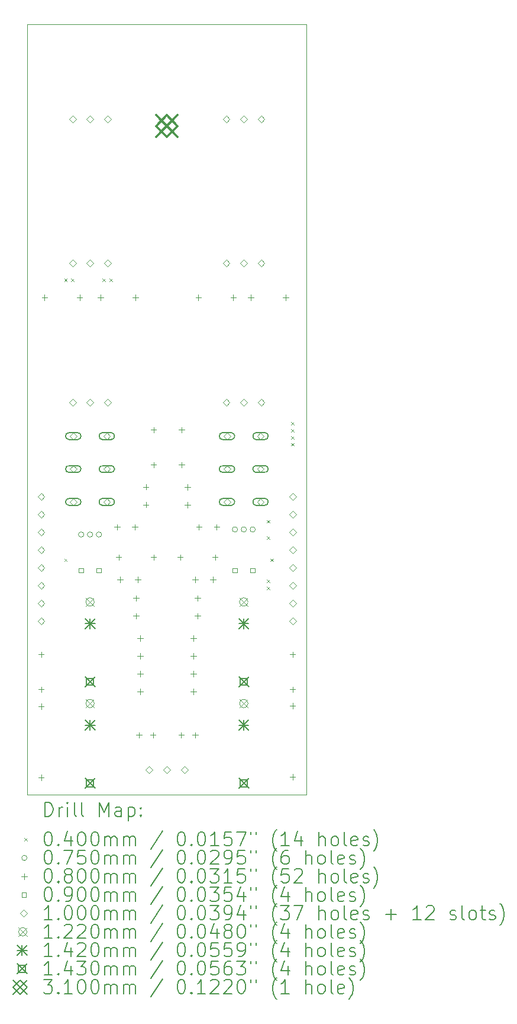
<source format=gbr>
%FSLAX45Y45*%
G04 Gerber Fmt 4.5, Leading zero omitted, Abs format (unit mm)*
G04 Created by KiCad (PCBNEW (6.0.6)) date 2022-10-26 13:20:43*
%MOMM*%
%LPD*%
G01*
G04 APERTURE LIST*
%TA.AperFunction,Profile*%
%ADD10C,0.050000*%
%TD*%
%ADD11C,0.200000*%
%ADD12C,0.040000*%
%ADD13C,0.075000*%
%ADD14C,0.080000*%
%ADD15C,0.090000*%
%ADD16C,0.100000*%
%ADD17C,0.122000*%
%ADD18C,0.142000*%
%ADD19C,0.143000*%
%ADD20C,0.310000*%
G04 APERTURE END LIST*
D10*
X7300000Y-3100000D02*
X11300000Y-3100000D01*
X11300000Y-3100000D02*
X11300000Y-14100000D01*
X7300000Y-3100000D02*
X7300000Y-14100000D01*
X7300000Y-14100000D02*
X11300000Y-14100000D01*
D11*
D12*
X7830000Y-6730000D02*
X7870000Y-6770000D01*
X7870000Y-6730000D02*
X7830000Y-6770000D01*
X7830000Y-10730000D02*
X7870000Y-10770000D01*
X7870000Y-10730000D02*
X7830000Y-10770000D01*
X7930000Y-6730000D02*
X7970000Y-6770000D01*
X7970000Y-6730000D02*
X7930000Y-6770000D01*
X8380000Y-6730000D02*
X8420000Y-6770000D01*
X8420000Y-6730000D02*
X8380000Y-6770000D01*
X8480000Y-6730000D02*
X8520000Y-6770000D01*
X8520000Y-6730000D02*
X8480000Y-6770000D01*
X10730000Y-10180000D02*
X10770000Y-10220000D01*
X10770000Y-10180000D02*
X10730000Y-10220000D01*
X10730000Y-10410000D02*
X10770000Y-10450000D01*
X10770000Y-10410000D02*
X10730000Y-10450000D01*
X10730000Y-11030000D02*
X10770000Y-11070000D01*
X10770000Y-11030000D02*
X10730000Y-11070000D01*
X10730000Y-11130000D02*
X10770000Y-11170000D01*
X10770000Y-11130000D02*
X10730000Y-11170000D01*
X10780000Y-10730000D02*
X10820000Y-10770000D01*
X10820000Y-10730000D02*
X10780000Y-10770000D01*
X11080000Y-8780000D02*
X11120000Y-8820000D01*
X11120000Y-8780000D02*
X11080000Y-8820000D01*
X11080000Y-8880000D02*
X11120000Y-8920000D01*
X11120000Y-8880000D02*
X11080000Y-8920000D01*
X11080000Y-8980000D02*
X11120000Y-9020000D01*
X11120000Y-8980000D02*
X11080000Y-9020000D01*
X11080000Y-9080000D02*
X11120000Y-9120000D01*
X11120000Y-9080000D02*
X11080000Y-9120000D01*
D13*
X8110500Y-10386000D02*
G75*
G03*
X8110500Y-10386000I-37500J0D01*
G01*
X8237500Y-10386000D02*
G75*
G03*
X8237500Y-10386000I-37500J0D01*
G01*
X8364500Y-10386000D02*
G75*
G03*
X8364500Y-10386000I-37500J0D01*
G01*
X10310500Y-10314000D02*
G75*
G03*
X10310500Y-10314000I-37500J0D01*
G01*
X10437500Y-10314000D02*
G75*
G03*
X10437500Y-10314000I-37500J0D01*
G01*
X10564500Y-10314000D02*
G75*
G03*
X10564500Y-10314000I-37500J0D01*
G01*
D14*
X7500000Y-12060000D02*
X7500000Y-12140000D01*
X7460000Y-12100000D02*
X7540000Y-12100000D01*
X7500000Y-12560000D02*
X7500000Y-12640000D01*
X7460000Y-12600000D02*
X7540000Y-12600000D01*
X7500000Y-12802000D02*
X7500000Y-12882000D01*
X7460000Y-12842000D02*
X7540000Y-12842000D01*
X7500000Y-13818000D02*
X7500000Y-13898000D01*
X7460000Y-13858000D02*
X7540000Y-13858000D01*
X7550000Y-6960000D02*
X7550000Y-7040000D01*
X7510000Y-7000000D02*
X7590000Y-7000000D01*
X8050000Y-6960000D02*
X8050000Y-7040000D01*
X8010000Y-7000000D02*
X8090000Y-7000000D01*
X8350000Y-6960000D02*
X8350000Y-7040000D01*
X8310000Y-7000000D02*
X8390000Y-7000000D01*
X8586000Y-10240000D02*
X8586000Y-10320000D01*
X8546000Y-10280000D02*
X8626000Y-10280000D01*
X8610000Y-10670000D02*
X8610000Y-10750000D01*
X8570000Y-10710000D02*
X8650000Y-10710000D01*
X8630500Y-10990000D02*
X8630500Y-11070000D01*
X8590500Y-11030000D02*
X8670500Y-11030000D01*
X8840000Y-10240000D02*
X8840000Y-10320000D01*
X8800000Y-10280000D02*
X8880000Y-10280000D01*
X8850000Y-6960000D02*
X8850000Y-7040000D01*
X8810000Y-7000000D02*
X8890000Y-7000000D01*
X8860000Y-11256000D02*
X8860000Y-11336000D01*
X8820000Y-11296000D02*
X8900000Y-11296000D01*
X8860000Y-11510000D02*
X8860000Y-11590000D01*
X8820000Y-11550000D02*
X8900000Y-11550000D01*
X8884500Y-10990000D02*
X8884500Y-11070000D01*
X8844500Y-11030000D02*
X8924500Y-11030000D01*
X8900000Y-13210000D02*
X8900000Y-13290000D01*
X8860000Y-13250000D02*
X8940000Y-13250000D01*
X8918000Y-11828000D02*
X8918000Y-11908000D01*
X8878000Y-11868000D02*
X8958000Y-11868000D01*
X8918000Y-12082000D02*
X8918000Y-12162000D01*
X8878000Y-12122000D02*
X8958000Y-12122000D01*
X8918000Y-12336000D02*
X8918000Y-12416000D01*
X8878000Y-12376000D02*
X8958000Y-12376000D01*
X8918000Y-12590000D02*
X8918000Y-12670000D01*
X8878000Y-12630000D02*
X8958000Y-12630000D01*
X9000000Y-9666000D02*
X9000000Y-9746000D01*
X8960000Y-9706000D02*
X9040000Y-9706000D01*
X9000000Y-9920000D02*
X9000000Y-10000000D01*
X8960000Y-9960000D02*
X9040000Y-9960000D01*
X9100000Y-13210000D02*
X9100000Y-13290000D01*
X9060000Y-13250000D02*
X9140000Y-13250000D01*
X9110000Y-8850000D02*
X9110000Y-8930000D01*
X9070000Y-8890000D02*
X9150000Y-8890000D01*
X9110000Y-9350000D02*
X9110000Y-9430000D01*
X9070000Y-9390000D02*
X9150000Y-9390000D01*
X9110000Y-10670000D02*
X9110000Y-10750000D01*
X9070000Y-10710000D02*
X9150000Y-10710000D01*
X9490000Y-10670000D02*
X9490000Y-10750000D01*
X9450000Y-10710000D02*
X9530000Y-10710000D01*
X9504489Y-13210000D02*
X9504489Y-13290000D01*
X9464489Y-13250000D02*
X9544489Y-13250000D01*
X9510000Y-8850000D02*
X9510000Y-8930000D01*
X9470000Y-8890000D02*
X9550000Y-8890000D01*
X9510000Y-9350000D02*
X9510000Y-9430000D01*
X9470000Y-9390000D02*
X9550000Y-9390000D01*
X9595000Y-9670000D02*
X9595000Y-9750000D01*
X9555000Y-9710000D02*
X9635000Y-9710000D01*
X9595000Y-9924000D02*
X9595000Y-10004000D01*
X9555000Y-9964000D02*
X9635000Y-9964000D01*
X9680000Y-11828000D02*
X9680000Y-11908000D01*
X9640000Y-11868000D02*
X9720000Y-11868000D01*
X9680000Y-12082000D02*
X9680000Y-12162000D01*
X9640000Y-12122000D02*
X9720000Y-12122000D01*
X9680000Y-12336000D02*
X9680000Y-12416000D01*
X9640000Y-12376000D02*
X9720000Y-12376000D01*
X9680000Y-12590000D02*
X9680000Y-12670000D01*
X9640000Y-12630000D02*
X9720000Y-12630000D01*
X9704489Y-13210000D02*
X9704489Y-13290000D01*
X9664489Y-13250000D02*
X9744489Y-13250000D01*
X9705500Y-10990000D02*
X9705500Y-11070000D01*
X9665500Y-11030000D02*
X9745500Y-11030000D01*
X9740000Y-11256000D02*
X9740000Y-11336000D01*
X9700000Y-11296000D02*
X9780000Y-11296000D01*
X9740000Y-11510000D02*
X9740000Y-11590000D01*
X9700000Y-11550000D02*
X9780000Y-11550000D01*
X9750000Y-6960000D02*
X9750000Y-7040000D01*
X9710000Y-7000000D02*
X9790000Y-7000000D01*
X9760000Y-10240000D02*
X9760000Y-10320000D01*
X9720000Y-10280000D02*
X9800000Y-10280000D01*
X9959500Y-10990000D02*
X9959500Y-11070000D01*
X9919500Y-11030000D02*
X9999500Y-11030000D01*
X9990000Y-10670000D02*
X9990000Y-10750000D01*
X9950000Y-10710000D02*
X10030000Y-10710000D01*
X10014000Y-10240000D02*
X10014000Y-10320000D01*
X9974000Y-10280000D02*
X10054000Y-10280000D01*
X10250000Y-6960000D02*
X10250000Y-7040000D01*
X10210000Y-7000000D02*
X10290000Y-7000000D01*
X10500000Y-6960000D02*
X10500000Y-7040000D01*
X10460000Y-7000000D02*
X10540000Y-7000000D01*
X11000000Y-6960000D02*
X11000000Y-7040000D01*
X10960000Y-7000000D02*
X11040000Y-7000000D01*
X11100000Y-12060000D02*
X11100000Y-12140000D01*
X11060000Y-12100000D02*
X11140000Y-12100000D01*
X11100000Y-12560000D02*
X11100000Y-12640000D01*
X11060000Y-12600000D02*
X11140000Y-12600000D01*
X11100000Y-12794000D02*
X11100000Y-12874000D01*
X11060000Y-12834000D02*
X11140000Y-12834000D01*
X11100000Y-13810000D02*
X11100000Y-13890000D01*
X11060000Y-13850000D02*
X11140000Y-13850000D01*
D15*
X8104320Y-10931820D02*
X8104320Y-10868180D01*
X8040680Y-10868180D01*
X8040680Y-10931820D01*
X8104320Y-10931820D01*
X8358320Y-10931820D02*
X8358320Y-10868180D01*
X8294680Y-10868180D01*
X8294680Y-10931820D01*
X8358320Y-10931820D01*
X10304320Y-10931820D02*
X10304320Y-10868180D01*
X10240680Y-10868180D01*
X10240680Y-10931820D01*
X10304320Y-10931820D01*
X10558320Y-10931820D02*
X10558320Y-10868180D01*
X10494680Y-10868180D01*
X10494680Y-10931820D01*
X10558320Y-10931820D01*
D16*
X7500000Y-9896000D02*
X7550000Y-9846000D01*
X7500000Y-9796000D01*
X7450000Y-9846000D01*
X7500000Y-9896000D01*
X7500000Y-10150000D02*
X7550000Y-10100000D01*
X7500000Y-10050000D01*
X7450000Y-10100000D01*
X7500000Y-10150000D01*
X7500000Y-10404000D02*
X7550000Y-10354000D01*
X7500000Y-10304000D01*
X7450000Y-10354000D01*
X7500000Y-10404000D01*
X7500000Y-10658000D02*
X7550000Y-10608000D01*
X7500000Y-10558000D01*
X7450000Y-10608000D01*
X7500000Y-10658000D01*
X7500000Y-10912000D02*
X7550000Y-10862000D01*
X7500000Y-10812000D01*
X7450000Y-10862000D01*
X7500000Y-10912000D01*
X7500000Y-11166000D02*
X7550000Y-11116000D01*
X7500000Y-11066000D01*
X7450000Y-11116000D01*
X7500000Y-11166000D01*
X7500000Y-11420000D02*
X7550000Y-11370000D01*
X7500000Y-11320000D01*
X7450000Y-11370000D01*
X7500000Y-11420000D01*
X7500000Y-11674000D02*
X7550000Y-11624000D01*
X7500000Y-11574000D01*
X7450000Y-11624000D01*
X7500000Y-11674000D01*
X7950000Y-4500000D02*
X8000000Y-4450000D01*
X7950000Y-4400000D01*
X7900000Y-4450000D01*
X7950000Y-4500000D01*
X7950000Y-6555000D02*
X8000000Y-6505000D01*
X7950000Y-6455000D01*
X7900000Y-6505000D01*
X7950000Y-6555000D01*
X7950000Y-8550000D02*
X8000000Y-8500000D01*
X7950000Y-8450000D01*
X7900000Y-8500000D01*
X7950000Y-8550000D01*
X7960000Y-9030000D02*
X8010000Y-8980000D01*
X7960000Y-8930000D01*
X7910000Y-8980000D01*
X7960000Y-9030000D01*
D11*
X8020000Y-8930000D02*
X7900000Y-8930000D01*
X8020000Y-9030000D02*
X7900000Y-9030000D01*
X7900000Y-8930000D02*
G75*
G03*
X7900000Y-9030000I0J-50000D01*
G01*
X8020000Y-9030000D02*
G75*
G03*
X8020000Y-8930000I0J50000D01*
G01*
D16*
X7960000Y-9500000D02*
X8010000Y-9450000D01*
X7960000Y-9400000D01*
X7910000Y-9450000D01*
X7960000Y-9500000D01*
D11*
X8020000Y-9400000D02*
X7900000Y-9400000D01*
X8020000Y-9500000D02*
X7900000Y-9500000D01*
X7900000Y-9400000D02*
G75*
G03*
X7900000Y-9500000I0J-50000D01*
G01*
X8020000Y-9500000D02*
G75*
G03*
X8020000Y-9400000I0J50000D01*
G01*
D16*
X7960000Y-9970000D02*
X8010000Y-9920000D01*
X7960000Y-9870000D01*
X7910000Y-9920000D01*
X7960000Y-9970000D01*
D11*
X8020000Y-9870000D02*
X7900000Y-9870000D01*
X8020000Y-9970000D02*
X7900000Y-9970000D01*
X7900000Y-9870000D02*
G75*
G03*
X7900000Y-9970000I0J-50000D01*
G01*
X8020000Y-9970000D02*
G75*
G03*
X8020000Y-9870000I0J50000D01*
G01*
D16*
X8200000Y-4500000D02*
X8250000Y-4450000D01*
X8200000Y-4400000D01*
X8150000Y-4450000D01*
X8200000Y-4500000D01*
X8200000Y-6555000D02*
X8250000Y-6505000D01*
X8200000Y-6455000D01*
X8150000Y-6505000D01*
X8200000Y-6555000D01*
X8200000Y-8550000D02*
X8250000Y-8500000D01*
X8200000Y-8450000D01*
X8150000Y-8500000D01*
X8200000Y-8550000D01*
X8440000Y-9030000D02*
X8490000Y-8980000D01*
X8440000Y-8930000D01*
X8390000Y-8980000D01*
X8440000Y-9030000D01*
D11*
X8500000Y-8930000D02*
X8380000Y-8930000D01*
X8500000Y-9030000D02*
X8380000Y-9030000D01*
X8380000Y-8930000D02*
G75*
G03*
X8380000Y-9030000I0J-50000D01*
G01*
X8500000Y-9030000D02*
G75*
G03*
X8500000Y-8930000I0J50000D01*
G01*
D16*
X8440000Y-9500000D02*
X8490000Y-9450000D01*
X8440000Y-9400000D01*
X8390000Y-9450000D01*
X8440000Y-9500000D01*
D11*
X8500000Y-9400000D02*
X8380000Y-9400000D01*
X8500000Y-9500000D02*
X8380000Y-9500000D01*
X8380000Y-9400000D02*
G75*
G03*
X8380000Y-9500000I0J-50000D01*
G01*
X8500000Y-9500000D02*
G75*
G03*
X8500000Y-9400000I0J50000D01*
G01*
D16*
X8440000Y-9970000D02*
X8490000Y-9920000D01*
X8440000Y-9870000D01*
X8390000Y-9920000D01*
X8440000Y-9970000D01*
D11*
X8500000Y-9870000D02*
X8380000Y-9870000D01*
X8500000Y-9970000D02*
X8380000Y-9970000D01*
X8380000Y-9870000D02*
G75*
G03*
X8380000Y-9970000I0J-50000D01*
G01*
X8500000Y-9970000D02*
G75*
G03*
X8500000Y-9870000I0J50000D01*
G01*
D16*
X8450000Y-4500000D02*
X8500000Y-4450000D01*
X8450000Y-4400000D01*
X8400000Y-4450000D01*
X8450000Y-4500000D01*
X8450000Y-6555000D02*
X8500000Y-6505000D01*
X8450000Y-6455000D01*
X8400000Y-6505000D01*
X8450000Y-6555000D01*
X8450000Y-8550000D02*
X8500000Y-8500000D01*
X8450000Y-8450000D01*
X8400000Y-8500000D01*
X8450000Y-8550000D01*
X9044500Y-13797500D02*
X9094500Y-13747500D01*
X9044500Y-13697500D01*
X8994500Y-13747500D01*
X9044500Y-13797500D01*
X9298500Y-13797500D02*
X9348500Y-13747500D01*
X9298500Y-13697500D01*
X9248500Y-13747500D01*
X9298500Y-13797500D01*
X9552500Y-13797500D02*
X9602500Y-13747500D01*
X9552500Y-13697500D01*
X9502500Y-13747500D01*
X9552500Y-13797500D01*
X10150000Y-4500000D02*
X10200000Y-4450000D01*
X10150000Y-4400000D01*
X10100000Y-4450000D01*
X10150000Y-4500000D01*
X10150000Y-6555000D02*
X10200000Y-6505000D01*
X10150000Y-6455000D01*
X10100000Y-6505000D01*
X10150000Y-6555000D01*
X10150000Y-8550000D02*
X10200000Y-8500000D01*
X10150000Y-8450000D01*
X10100000Y-8500000D01*
X10150000Y-8550000D01*
X10160000Y-9030000D02*
X10210000Y-8980000D01*
X10160000Y-8930000D01*
X10110000Y-8980000D01*
X10160000Y-9030000D01*
D11*
X10220000Y-8930000D02*
X10100000Y-8930000D01*
X10220000Y-9030000D02*
X10100000Y-9030000D01*
X10100000Y-8930000D02*
G75*
G03*
X10100000Y-9030000I0J-50000D01*
G01*
X10220000Y-9030000D02*
G75*
G03*
X10220000Y-8930000I0J50000D01*
G01*
D16*
X10160000Y-9500000D02*
X10210000Y-9450000D01*
X10160000Y-9400000D01*
X10110000Y-9450000D01*
X10160000Y-9500000D01*
D11*
X10220000Y-9400000D02*
X10100000Y-9400000D01*
X10220000Y-9500000D02*
X10100000Y-9500000D01*
X10100000Y-9400000D02*
G75*
G03*
X10100000Y-9500000I0J-50000D01*
G01*
X10220000Y-9500000D02*
G75*
G03*
X10220000Y-9400000I0J50000D01*
G01*
D16*
X10160000Y-9970000D02*
X10210000Y-9920000D01*
X10160000Y-9870000D01*
X10110000Y-9920000D01*
X10160000Y-9970000D01*
D11*
X10220000Y-9870000D02*
X10100000Y-9870000D01*
X10220000Y-9970000D02*
X10100000Y-9970000D01*
X10100000Y-9870000D02*
G75*
G03*
X10100000Y-9970000I0J-50000D01*
G01*
X10220000Y-9970000D02*
G75*
G03*
X10220000Y-9870000I0J50000D01*
G01*
D16*
X10400000Y-4500000D02*
X10450000Y-4450000D01*
X10400000Y-4400000D01*
X10350000Y-4450000D01*
X10400000Y-4500000D01*
X10400000Y-6555000D02*
X10450000Y-6505000D01*
X10400000Y-6455000D01*
X10350000Y-6505000D01*
X10400000Y-6555000D01*
X10400000Y-8550000D02*
X10450000Y-8500000D01*
X10400000Y-8450000D01*
X10350000Y-8500000D01*
X10400000Y-8550000D01*
X10640000Y-9030000D02*
X10690000Y-8980000D01*
X10640000Y-8930000D01*
X10590000Y-8980000D01*
X10640000Y-9030000D01*
D11*
X10700000Y-8930000D02*
X10580000Y-8930000D01*
X10700000Y-9030000D02*
X10580000Y-9030000D01*
X10580000Y-8930000D02*
G75*
G03*
X10580000Y-9030000I0J-50000D01*
G01*
X10700000Y-9030000D02*
G75*
G03*
X10700000Y-8930000I0J50000D01*
G01*
D16*
X10640000Y-9500000D02*
X10690000Y-9450000D01*
X10640000Y-9400000D01*
X10590000Y-9450000D01*
X10640000Y-9500000D01*
D11*
X10700000Y-9400000D02*
X10580000Y-9400000D01*
X10700000Y-9500000D02*
X10580000Y-9500000D01*
X10580000Y-9400000D02*
G75*
G03*
X10580000Y-9500000I0J-50000D01*
G01*
X10700000Y-9500000D02*
G75*
G03*
X10700000Y-9400000I0J50000D01*
G01*
D16*
X10640000Y-9970000D02*
X10690000Y-9920000D01*
X10640000Y-9870000D01*
X10590000Y-9920000D01*
X10640000Y-9970000D01*
D11*
X10700000Y-9870000D02*
X10580000Y-9870000D01*
X10700000Y-9970000D02*
X10580000Y-9970000D01*
X10580000Y-9870000D02*
G75*
G03*
X10580000Y-9970000I0J-50000D01*
G01*
X10700000Y-9970000D02*
G75*
G03*
X10700000Y-9870000I0J50000D01*
G01*
D16*
X10650000Y-4500000D02*
X10700000Y-4450000D01*
X10650000Y-4400000D01*
X10600000Y-4450000D01*
X10650000Y-4500000D01*
X10650000Y-6555000D02*
X10700000Y-6505000D01*
X10650000Y-6455000D01*
X10600000Y-6505000D01*
X10650000Y-6555000D01*
X10650000Y-8550000D02*
X10700000Y-8500000D01*
X10650000Y-8450000D01*
X10600000Y-8500000D01*
X10650000Y-8550000D01*
X11100000Y-9896000D02*
X11150000Y-9846000D01*
X11100000Y-9796000D01*
X11050000Y-9846000D01*
X11100000Y-9896000D01*
X11100000Y-10150000D02*
X11150000Y-10100000D01*
X11100000Y-10050000D01*
X11050000Y-10100000D01*
X11100000Y-10150000D01*
X11100000Y-10404000D02*
X11150000Y-10354000D01*
X11100000Y-10304000D01*
X11050000Y-10354000D01*
X11100000Y-10404000D01*
X11100000Y-10658000D02*
X11150000Y-10608000D01*
X11100000Y-10558000D01*
X11050000Y-10608000D01*
X11100000Y-10658000D01*
X11100000Y-10912000D02*
X11150000Y-10862000D01*
X11100000Y-10812000D01*
X11050000Y-10862000D01*
X11100000Y-10912000D01*
X11100000Y-11166000D02*
X11150000Y-11116000D01*
X11100000Y-11066000D01*
X11050000Y-11116000D01*
X11100000Y-11166000D01*
X11100000Y-11420000D02*
X11150000Y-11370000D01*
X11100000Y-11320000D01*
X11050000Y-11370000D01*
X11100000Y-11420000D01*
X11100000Y-11674000D02*
X11150000Y-11624000D01*
X11100000Y-11574000D01*
X11050000Y-11624000D01*
X11100000Y-11674000D01*
D17*
X8139000Y-11289000D02*
X8261000Y-11411000D01*
X8261000Y-11289000D02*
X8139000Y-11411000D01*
X8261000Y-11350000D02*
G75*
G03*
X8261000Y-11350000I-61000J0D01*
G01*
X8139000Y-12739000D02*
X8261000Y-12861000D01*
X8261000Y-12739000D02*
X8139000Y-12861000D01*
X8261000Y-12800000D02*
G75*
G03*
X8261000Y-12800000I-61000J0D01*
G01*
X10339000Y-11289000D02*
X10461000Y-11411000D01*
X10461000Y-11289000D02*
X10339000Y-11411000D01*
X10461000Y-11350000D02*
G75*
G03*
X10461000Y-11350000I-61000J0D01*
G01*
X10339000Y-12739000D02*
X10461000Y-12861000D01*
X10461000Y-12739000D02*
X10339000Y-12861000D01*
X10461000Y-12800000D02*
G75*
G03*
X10461000Y-12800000I-61000J0D01*
G01*
D18*
X8129000Y-11589000D02*
X8271000Y-11731000D01*
X8271000Y-11589000D02*
X8129000Y-11731000D01*
X8200000Y-11589000D02*
X8200000Y-11731000D01*
X8129000Y-11660000D02*
X8271000Y-11660000D01*
X8129000Y-13039000D02*
X8271000Y-13181000D01*
X8271000Y-13039000D02*
X8129000Y-13181000D01*
X8200000Y-13039000D02*
X8200000Y-13181000D01*
X8129000Y-13110000D02*
X8271000Y-13110000D01*
X10329000Y-11589000D02*
X10471000Y-11731000D01*
X10471000Y-11589000D02*
X10329000Y-11731000D01*
X10400000Y-11589000D02*
X10400000Y-11731000D01*
X10329000Y-11660000D02*
X10471000Y-11660000D01*
X10329000Y-13039000D02*
X10471000Y-13181000D01*
X10471000Y-13039000D02*
X10329000Y-13181000D01*
X10400000Y-13039000D02*
X10400000Y-13181000D01*
X10329000Y-13110000D02*
X10471000Y-13110000D01*
D19*
X8128500Y-12418500D02*
X8271500Y-12561500D01*
X8271500Y-12418500D02*
X8128500Y-12561500D01*
X8250559Y-12540559D02*
X8250559Y-12439441D01*
X8149441Y-12439441D01*
X8149441Y-12540559D01*
X8250559Y-12540559D01*
X8128500Y-13868500D02*
X8271500Y-14011500D01*
X8271500Y-13868500D02*
X8128500Y-14011500D01*
X8250559Y-13990559D02*
X8250559Y-13889441D01*
X8149441Y-13889441D01*
X8149441Y-13990559D01*
X8250559Y-13990559D01*
X10328500Y-12418500D02*
X10471500Y-12561500D01*
X10471500Y-12418500D02*
X10328500Y-12561500D01*
X10450559Y-12540559D02*
X10450559Y-12439441D01*
X10349441Y-12439441D01*
X10349441Y-12540559D01*
X10450559Y-12540559D01*
X10328500Y-13868500D02*
X10471500Y-14011500D01*
X10471500Y-13868500D02*
X10328500Y-14011500D01*
X10450559Y-13990559D02*
X10450559Y-13889441D01*
X10349441Y-13889441D01*
X10349441Y-13990559D01*
X10450559Y-13990559D01*
D20*
X9145000Y-4395000D02*
X9455000Y-4705000D01*
X9455000Y-4395000D02*
X9145000Y-4705000D01*
X9300000Y-4705000D02*
X9455000Y-4550000D01*
X9300000Y-4395000D01*
X9145000Y-4550000D01*
X9300000Y-4705000D01*
D11*
X7555119Y-14412976D02*
X7555119Y-14212976D01*
X7602738Y-14212976D01*
X7631309Y-14222500D01*
X7650357Y-14241548D01*
X7659881Y-14260595D01*
X7669405Y-14298690D01*
X7669405Y-14327262D01*
X7659881Y-14365357D01*
X7650357Y-14384405D01*
X7631309Y-14403452D01*
X7602738Y-14412976D01*
X7555119Y-14412976D01*
X7755119Y-14412976D02*
X7755119Y-14279643D01*
X7755119Y-14317738D02*
X7764643Y-14298690D01*
X7774167Y-14289167D01*
X7793214Y-14279643D01*
X7812262Y-14279643D01*
X7878928Y-14412976D02*
X7878928Y-14279643D01*
X7878928Y-14212976D02*
X7869405Y-14222500D01*
X7878928Y-14232024D01*
X7888452Y-14222500D01*
X7878928Y-14212976D01*
X7878928Y-14232024D01*
X8002738Y-14412976D02*
X7983690Y-14403452D01*
X7974167Y-14384405D01*
X7974167Y-14212976D01*
X8107500Y-14412976D02*
X8088452Y-14403452D01*
X8078928Y-14384405D01*
X8078928Y-14212976D01*
X8336071Y-14412976D02*
X8336071Y-14212976D01*
X8402738Y-14355833D01*
X8469405Y-14212976D01*
X8469405Y-14412976D01*
X8650357Y-14412976D02*
X8650357Y-14308214D01*
X8640833Y-14289167D01*
X8621786Y-14279643D01*
X8583690Y-14279643D01*
X8564643Y-14289167D01*
X8650357Y-14403452D02*
X8631310Y-14412976D01*
X8583690Y-14412976D01*
X8564643Y-14403452D01*
X8555119Y-14384405D01*
X8555119Y-14365357D01*
X8564643Y-14346309D01*
X8583690Y-14336786D01*
X8631310Y-14336786D01*
X8650357Y-14327262D01*
X8745595Y-14279643D02*
X8745595Y-14479643D01*
X8745595Y-14289167D02*
X8764643Y-14279643D01*
X8802738Y-14279643D01*
X8821786Y-14289167D01*
X8831310Y-14298690D01*
X8840833Y-14317738D01*
X8840833Y-14374881D01*
X8831310Y-14393928D01*
X8821786Y-14403452D01*
X8802738Y-14412976D01*
X8764643Y-14412976D01*
X8745595Y-14403452D01*
X8926548Y-14393928D02*
X8936071Y-14403452D01*
X8926548Y-14412976D01*
X8917024Y-14403452D01*
X8926548Y-14393928D01*
X8926548Y-14412976D01*
X8926548Y-14289167D02*
X8936071Y-14298690D01*
X8926548Y-14308214D01*
X8917024Y-14298690D01*
X8926548Y-14289167D01*
X8926548Y-14308214D01*
D12*
X7257500Y-14722500D02*
X7297500Y-14762500D01*
X7297500Y-14722500D02*
X7257500Y-14762500D01*
D11*
X7593214Y-14632976D02*
X7612262Y-14632976D01*
X7631309Y-14642500D01*
X7640833Y-14652024D01*
X7650357Y-14671071D01*
X7659881Y-14709167D01*
X7659881Y-14756786D01*
X7650357Y-14794881D01*
X7640833Y-14813928D01*
X7631309Y-14823452D01*
X7612262Y-14832976D01*
X7593214Y-14832976D01*
X7574167Y-14823452D01*
X7564643Y-14813928D01*
X7555119Y-14794881D01*
X7545595Y-14756786D01*
X7545595Y-14709167D01*
X7555119Y-14671071D01*
X7564643Y-14652024D01*
X7574167Y-14642500D01*
X7593214Y-14632976D01*
X7745595Y-14813928D02*
X7755119Y-14823452D01*
X7745595Y-14832976D01*
X7736071Y-14823452D01*
X7745595Y-14813928D01*
X7745595Y-14832976D01*
X7926548Y-14699643D02*
X7926548Y-14832976D01*
X7878928Y-14623452D02*
X7831309Y-14766309D01*
X7955119Y-14766309D01*
X8069405Y-14632976D02*
X8088452Y-14632976D01*
X8107500Y-14642500D01*
X8117024Y-14652024D01*
X8126548Y-14671071D01*
X8136071Y-14709167D01*
X8136071Y-14756786D01*
X8126548Y-14794881D01*
X8117024Y-14813928D01*
X8107500Y-14823452D01*
X8088452Y-14832976D01*
X8069405Y-14832976D01*
X8050357Y-14823452D01*
X8040833Y-14813928D01*
X8031309Y-14794881D01*
X8021786Y-14756786D01*
X8021786Y-14709167D01*
X8031309Y-14671071D01*
X8040833Y-14652024D01*
X8050357Y-14642500D01*
X8069405Y-14632976D01*
X8259881Y-14632976D02*
X8278928Y-14632976D01*
X8297976Y-14642500D01*
X8307500Y-14652024D01*
X8317024Y-14671071D01*
X8326548Y-14709167D01*
X8326548Y-14756786D01*
X8317024Y-14794881D01*
X8307500Y-14813928D01*
X8297976Y-14823452D01*
X8278928Y-14832976D01*
X8259881Y-14832976D01*
X8240833Y-14823452D01*
X8231309Y-14813928D01*
X8221786Y-14794881D01*
X8212262Y-14756786D01*
X8212262Y-14709167D01*
X8221786Y-14671071D01*
X8231309Y-14652024D01*
X8240833Y-14642500D01*
X8259881Y-14632976D01*
X8412262Y-14832976D02*
X8412262Y-14699643D01*
X8412262Y-14718690D02*
X8421786Y-14709167D01*
X8440833Y-14699643D01*
X8469405Y-14699643D01*
X8488452Y-14709167D01*
X8497976Y-14728214D01*
X8497976Y-14832976D01*
X8497976Y-14728214D02*
X8507500Y-14709167D01*
X8526548Y-14699643D01*
X8555119Y-14699643D01*
X8574167Y-14709167D01*
X8583690Y-14728214D01*
X8583690Y-14832976D01*
X8678929Y-14832976D02*
X8678929Y-14699643D01*
X8678929Y-14718690D02*
X8688452Y-14709167D01*
X8707500Y-14699643D01*
X8736071Y-14699643D01*
X8755119Y-14709167D01*
X8764643Y-14728214D01*
X8764643Y-14832976D01*
X8764643Y-14728214D02*
X8774167Y-14709167D01*
X8793214Y-14699643D01*
X8821786Y-14699643D01*
X8840833Y-14709167D01*
X8850357Y-14728214D01*
X8850357Y-14832976D01*
X9240833Y-14623452D02*
X9069405Y-14880595D01*
X9497976Y-14632976D02*
X9517024Y-14632976D01*
X9536071Y-14642500D01*
X9545595Y-14652024D01*
X9555119Y-14671071D01*
X9564643Y-14709167D01*
X9564643Y-14756786D01*
X9555119Y-14794881D01*
X9545595Y-14813928D01*
X9536071Y-14823452D01*
X9517024Y-14832976D01*
X9497976Y-14832976D01*
X9478929Y-14823452D01*
X9469405Y-14813928D01*
X9459881Y-14794881D01*
X9450357Y-14756786D01*
X9450357Y-14709167D01*
X9459881Y-14671071D01*
X9469405Y-14652024D01*
X9478929Y-14642500D01*
X9497976Y-14632976D01*
X9650357Y-14813928D02*
X9659881Y-14823452D01*
X9650357Y-14832976D01*
X9640833Y-14823452D01*
X9650357Y-14813928D01*
X9650357Y-14832976D01*
X9783690Y-14632976D02*
X9802738Y-14632976D01*
X9821786Y-14642500D01*
X9831310Y-14652024D01*
X9840833Y-14671071D01*
X9850357Y-14709167D01*
X9850357Y-14756786D01*
X9840833Y-14794881D01*
X9831310Y-14813928D01*
X9821786Y-14823452D01*
X9802738Y-14832976D01*
X9783690Y-14832976D01*
X9764643Y-14823452D01*
X9755119Y-14813928D01*
X9745595Y-14794881D01*
X9736071Y-14756786D01*
X9736071Y-14709167D01*
X9745595Y-14671071D01*
X9755119Y-14652024D01*
X9764643Y-14642500D01*
X9783690Y-14632976D01*
X10040833Y-14832976D02*
X9926548Y-14832976D01*
X9983690Y-14832976D02*
X9983690Y-14632976D01*
X9964643Y-14661548D01*
X9945595Y-14680595D01*
X9926548Y-14690119D01*
X10221786Y-14632976D02*
X10126548Y-14632976D01*
X10117024Y-14728214D01*
X10126548Y-14718690D01*
X10145595Y-14709167D01*
X10193214Y-14709167D01*
X10212262Y-14718690D01*
X10221786Y-14728214D01*
X10231310Y-14747262D01*
X10231310Y-14794881D01*
X10221786Y-14813928D01*
X10212262Y-14823452D01*
X10193214Y-14832976D01*
X10145595Y-14832976D01*
X10126548Y-14823452D01*
X10117024Y-14813928D01*
X10297976Y-14632976D02*
X10431310Y-14632976D01*
X10345595Y-14832976D01*
X10497976Y-14632976D02*
X10497976Y-14671071D01*
X10574167Y-14632976D02*
X10574167Y-14671071D01*
X10869405Y-14909167D02*
X10859881Y-14899643D01*
X10840833Y-14871071D01*
X10831310Y-14852024D01*
X10821786Y-14823452D01*
X10812262Y-14775833D01*
X10812262Y-14737738D01*
X10821786Y-14690119D01*
X10831310Y-14661548D01*
X10840833Y-14642500D01*
X10859881Y-14613928D01*
X10869405Y-14604405D01*
X11050357Y-14832976D02*
X10936071Y-14832976D01*
X10993214Y-14832976D02*
X10993214Y-14632976D01*
X10974167Y-14661548D01*
X10955119Y-14680595D01*
X10936071Y-14690119D01*
X11221786Y-14699643D02*
X11221786Y-14832976D01*
X11174167Y-14623452D02*
X11126548Y-14766309D01*
X11250357Y-14766309D01*
X11478928Y-14832976D02*
X11478928Y-14632976D01*
X11564643Y-14832976D02*
X11564643Y-14728214D01*
X11555119Y-14709167D01*
X11536071Y-14699643D01*
X11507500Y-14699643D01*
X11488452Y-14709167D01*
X11478928Y-14718690D01*
X11688452Y-14832976D02*
X11669405Y-14823452D01*
X11659881Y-14813928D01*
X11650357Y-14794881D01*
X11650357Y-14737738D01*
X11659881Y-14718690D01*
X11669405Y-14709167D01*
X11688452Y-14699643D01*
X11717024Y-14699643D01*
X11736071Y-14709167D01*
X11745595Y-14718690D01*
X11755119Y-14737738D01*
X11755119Y-14794881D01*
X11745595Y-14813928D01*
X11736071Y-14823452D01*
X11717024Y-14832976D01*
X11688452Y-14832976D01*
X11869405Y-14832976D02*
X11850357Y-14823452D01*
X11840833Y-14804405D01*
X11840833Y-14632976D01*
X12021786Y-14823452D02*
X12002738Y-14832976D01*
X11964643Y-14832976D01*
X11945595Y-14823452D01*
X11936071Y-14804405D01*
X11936071Y-14728214D01*
X11945595Y-14709167D01*
X11964643Y-14699643D01*
X12002738Y-14699643D01*
X12021786Y-14709167D01*
X12031309Y-14728214D01*
X12031309Y-14747262D01*
X11936071Y-14766309D01*
X12107500Y-14823452D02*
X12126548Y-14832976D01*
X12164643Y-14832976D01*
X12183690Y-14823452D01*
X12193214Y-14804405D01*
X12193214Y-14794881D01*
X12183690Y-14775833D01*
X12164643Y-14766309D01*
X12136071Y-14766309D01*
X12117024Y-14756786D01*
X12107500Y-14737738D01*
X12107500Y-14728214D01*
X12117024Y-14709167D01*
X12136071Y-14699643D01*
X12164643Y-14699643D01*
X12183690Y-14709167D01*
X12259881Y-14909167D02*
X12269405Y-14899643D01*
X12288452Y-14871071D01*
X12297976Y-14852024D01*
X12307500Y-14823452D01*
X12317024Y-14775833D01*
X12317024Y-14737738D01*
X12307500Y-14690119D01*
X12297976Y-14661548D01*
X12288452Y-14642500D01*
X12269405Y-14613928D01*
X12259881Y-14604405D01*
D13*
X7297500Y-15006500D02*
G75*
G03*
X7297500Y-15006500I-37500J0D01*
G01*
D11*
X7593214Y-14896976D02*
X7612262Y-14896976D01*
X7631309Y-14906500D01*
X7640833Y-14916024D01*
X7650357Y-14935071D01*
X7659881Y-14973167D01*
X7659881Y-15020786D01*
X7650357Y-15058881D01*
X7640833Y-15077928D01*
X7631309Y-15087452D01*
X7612262Y-15096976D01*
X7593214Y-15096976D01*
X7574167Y-15087452D01*
X7564643Y-15077928D01*
X7555119Y-15058881D01*
X7545595Y-15020786D01*
X7545595Y-14973167D01*
X7555119Y-14935071D01*
X7564643Y-14916024D01*
X7574167Y-14906500D01*
X7593214Y-14896976D01*
X7745595Y-15077928D02*
X7755119Y-15087452D01*
X7745595Y-15096976D01*
X7736071Y-15087452D01*
X7745595Y-15077928D01*
X7745595Y-15096976D01*
X7821786Y-14896976D02*
X7955119Y-14896976D01*
X7869405Y-15096976D01*
X8126548Y-14896976D02*
X8031309Y-14896976D01*
X8021786Y-14992214D01*
X8031309Y-14982690D01*
X8050357Y-14973167D01*
X8097976Y-14973167D01*
X8117024Y-14982690D01*
X8126548Y-14992214D01*
X8136071Y-15011262D01*
X8136071Y-15058881D01*
X8126548Y-15077928D01*
X8117024Y-15087452D01*
X8097976Y-15096976D01*
X8050357Y-15096976D01*
X8031309Y-15087452D01*
X8021786Y-15077928D01*
X8259881Y-14896976D02*
X8278928Y-14896976D01*
X8297976Y-14906500D01*
X8307500Y-14916024D01*
X8317024Y-14935071D01*
X8326548Y-14973167D01*
X8326548Y-15020786D01*
X8317024Y-15058881D01*
X8307500Y-15077928D01*
X8297976Y-15087452D01*
X8278928Y-15096976D01*
X8259881Y-15096976D01*
X8240833Y-15087452D01*
X8231309Y-15077928D01*
X8221786Y-15058881D01*
X8212262Y-15020786D01*
X8212262Y-14973167D01*
X8221786Y-14935071D01*
X8231309Y-14916024D01*
X8240833Y-14906500D01*
X8259881Y-14896976D01*
X8412262Y-15096976D02*
X8412262Y-14963643D01*
X8412262Y-14982690D02*
X8421786Y-14973167D01*
X8440833Y-14963643D01*
X8469405Y-14963643D01*
X8488452Y-14973167D01*
X8497976Y-14992214D01*
X8497976Y-15096976D01*
X8497976Y-14992214D02*
X8507500Y-14973167D01*
X8526548Y-14963643D01*
X8555119Y-14963643D01*
X8574167Y-14973167D01*
X8583690Y-14992214D01*
X8583690Y-15096976D01*
X8678929Y-15096976D02*
X8678929Y-14963643D01*
X8678929Y-14982690D02*
X8688452Y-14973167D01*
X8707500Y-14963643D01*
X8736071Y-14963643D01*
X8755119Y-14973167D01*
X8764643Y-14992214D01*
X8764643Y-15096976D01*
X8764643Y-14992214D02*
X8774167Y-14973167D01*
X8793214Y-14963643D01*
X8821786Y-14963643D01*
X8840833Y-14973167D01*
X8850357Y-14992214D01*
X8850357Y-15096976D01*
X9240833Y-14887452D02*
X9069405Y-15144595D01*
X9497976Y-14896976D02*
X9517024Y-14896976D01*
X9536071Y-14906500D01*
X9545595Y-14916024D01*
X9555119Y-14935071D01*
X9564643Y-14973167D01*
X9564643Y-15020786D01*
X9555119Y-15058881D01*
X9545595Y-15077928D01*
X9536071Y-15087452D01*
X9517024Y-15096976D01*
X9497976Y-15096976D01*
X9478929Y-15087452D01*
X9469405Y-15077928D01*
X9459881Y-15058881D01*
X9450357Y-15020786D01*
X9450357Y-14973167D01*
X9459881Y-14935071D01*
X9469405Y-14916024D01*
X9478929Y-14906500D01*
X9497976Y-14896976D01*
X9650357Y-15077928D02*
X9659881Y-15087452D01*
X9650357Y-15096976D01*
X9640833Y-15087452D01*
X9650357Y-15077928D01*
X9650357Y-15096976D01*
X9783690Y-14896976D02*
X9802738Y-14896976D01*
X9821786Y-14906500D01*
X9831310Y-14916024D01*
X9840833Y-14935071D01*
X9850357Y-14973167D01*
X9850357Y-15020786D01*
X9840833Y-15058881D01*
X9831310Y-15077928D01*
X9821786Y-15087452D01*
X9802738Y-15096976D01*
X9783690Y-15096976D01*
X9764643Y-15087452D01*
X9755119Y-15077928D01*
X9745595Y-15058881D01*
X9736071Y-15020786D01*
X9736071Y-14973167D01*
X9745595Y-14935071D01*
X9755119Y-14916024D01*
X9764643Y-14906500D01*
X9783690Y-14896976D01*
X9926548Y-14916024D02*
X9936071Y-14906500D01*
X9955119Y-14896976D01*
X10002738Y-14896976D01*
X10021786Y-14906500D01*
X10031310Y-14916024D01*
X10040833Y-14935071D01*
X10040833Y-14954119D01*
X10031310Y-14982690D01*
X9917024Y-15096976D01*
X10040833Y-15096976D01*
X10136071Y-15096976D02*
X10174167Y-15096976D01*
X10193214Y-15087452D01*
X10202738Y-15077928D01*
X10221786Y-15049357D01*
X10231310Y-15011262D01*
X10231310Y-14935071D01*
X10221786Y-14916024D01*
X10212262Y-14906500D01*
X10193214Y-14896976D01*
X10155119Y-14896976D01*
X10136071Y-14906500D01*
X10126548Y-14916024D01*
X10117024Y-14935071D01*
X10117024Y-14982690D01*
X10126548Y-15001738D01*
X10136071Y-15011262D01*
X10155119Y-15020786D01*
X10193214Y-15020786D01*
X10212262Y-15011262D01*
X10221786Y-15001738D01*
X10231310Y-14982690D01*
X10412262Y-14896976D02*
X10317024Y-14896976D01*
X10307500Y-14992214D01*
X10317024Y-14982690D01*
X10336071Y-14973167D01*
X10383690Y-14973167D01*
X10402738Y-14982690D01*
X10412262Y-14992214D01*
X10421786Y-15011262D01*
X10421786Y-15058881D01*
X10412262Y-15077928D01*
X10402738Y-15087452D01*
X10383690Y-15096976D01*
X10336071Y-15096976D01*
X10317024Y-15087452D01*
X10307500Y-15077928D01*
X10497976Y-14896976D02*
X10497976Y-14935071D01*
X10574167Y-14896976D02*
X10574167Y-14935071D01*
X10869405Y-15173167D02*
X10859881Y-15163643D01*
X10840833Y-15135071D01*
X10831310Y-15116024D01*
X10821786Y-15087452D01*
X10812262Y-15039833D01*
X10812262Y-15001738D01*
X10821786Y-14954119D01*
X10831310Y-14925548D01*
X10840833Y-14906500D01*
X10859881Y-14877928D01*
X10869405Y-14868405D01*
X11031310Y-14896976D02*
X10993214Y-14896976D01*
X10974167Y-14906500D01*
X10964643Y-14916024D01*
X10945595Y-14944595D01*
X10936071Y-14982690D01*
X10936071Y-15058881D01*
X10945595Y-15077928D01*
X10955119Y-15087452D01*
X10974167Y-15096976D01*
X11012262Y-15096976D01*
X11031310Y-15087452D01*
X11040833Y-15077928D01*
X11050357Y-15058881D01*
X11050357Y-15011262D01*
X11040833Y-14992214D01*
X11031310Y-14982690D01*
X11012262Y-14973167D01*
X10974167Y-14973167D01*
X10955119Y-14982690D01*
X10945595Y-14992214D01*
X10936071Y-15011262D01*
X11288452Y-15096976D02*
X11288452Y-14896976D01*
X11374167Y-15096976D02*
X11374167Y-14992214D01*
X11364643Y-14973167D01*
X11345595Y-14963643D01*
X11317024Y-14963643D01*
X11297976Y-14973167D01*
X11288452Y-14982690D01*
X11497976Y-15096976D02*
X11478928Y-15087452D01*
X11469405Y-15077928D01*
X11459881Y-15058881D01*
X11459881Y-15001738D01*
X11469405Y-14982690D01*
X11478928Y-14973167D01*
X11497976Y-14963643D01*
X11526548Y-14963643D01*
X11545595Y-14973167D01*
X11555119Y-14982690D01*
X11564643Y-15001738D01*
X11564643Y-15058881D01*
X11555119Y-15077928D01*
X11545595Y-15087452D01*
X11526548Y-15096976D01*
X11497976Y-15096976D01*
X11678928Y-15096976D02*
X11659881Y-15087452D01*
X11650357Y-15068405D01*
X11650357Y-14896976D01*
X11831309Y-15087452D02*
X11812262Y-15096976D01*
X11774167Y-15096976D01*
X11755119Y-15087452D01*
X11745595Y-15068405D01*
X11745595Y-14992214D01*
X11755119Y-14973167D01*
X11774167Y-14963643D01*
X11812262Y-14963643D01*
X11831309Y-14973167D01*
X11840833Y-14992214D01*
X11840833Y-15011262D01*
X11745595Y-15030309D01*
X11917024Y-15087452D02*
X11936071Y-15096976D01*
X11974167Y-15096976D01*
X11993214Y-15087452D01*
X12002738Y-15068405D01*
X12002738Y-15058881D01*
X11993214Y-15039833D01*
X11974167Y-15030309D01*
X11945595Y-15030309D01*
X11926548Y-15020786D01*
X11917024Y-15001738D01*
X11917024Y-14992214D01*
X11926548Y-14973167D01*
X11945595Y-14963643D01*
X11974167Y-14963643D01*
X11993214Y-14973167D01*
X12069405Y-15173167D02*
X12078928Y-15163643D01*
X12097976Y-15135071D01*
X12107500Y-15116024D01*
X12117024Y-15087452D01*
X12126548Y-15039833D01*
X12126548Y-15001738D01*
X12117024Y-14954119D01*
X12107500Y-14925548D01*
X12097976Y-14906500D01*
X12078928Y-14877928D01*
X12069405Y-14868405D01*
D14*
X7257500Y-15230500D02*
X7257500Y-15310500D01*
X7217500Y-15270500D02*
X7297500Y-15270500D01*
D11*
X7593214Y-15160976D02*
X7612262Y-15160976D01*
X7631309Y-15170500D01*
X7640833Y-15180024D01*
X7650357Y-15199071D01*
X7659881Y-15237167D01*
X7659881Y-15284786D01*
X7650357Y-15322881D01*
X7640833Y-15341928D01*
X7631309Y-15351452D01*
X7612262Y-15360976D01*
X7593214Y-15360976D01*
X7574167Y-15351452D01*
X7564643Y-15341928D01*
X7555119Y-15322881D01*
X7545595Y-15284786D01*
X7545595Y-15237167D01*
X7555119Y-15199071D01*
X7564643Y-15180024D01*
X7574167Y-15170500D01*
X7593214Y-15160976D01*
X7745595Y-15341928D02*
X7755119Y-15351452D01*
X7745595Y-15360976D01*
X7736071Y-15351452D01*
X7745595Y-15341928D01*
X7745595Y-15360976D01*
X7869405Y-15246690D02*
X7850357Y-15237167D01*
X7840833Y-15227643D01*
X7831309Y-15208595D01*
X7831309Y-15199071D01*
X7840833Y-15180024D01*
X7850357Y-15170500D01*
X7869405Y-15160976D01*
X7907500Y-15160976D01*
X7926548Y-15170500D01*
X7936071Y-15180024D01*
X7945595Y-15199071D01*
X7945595Y-15208595D01*
X7936071Y-15227643D01*
X7926548Y-15237167D01*
X7907500Y-15246690D01*
X7869405Y-15246690D01*
X7850357Y-15256214D01*
X7840833Y-15265738D01*
X7831309Y-15284786D01*
X7831309Y-15322881D01*
X7840833Y-15341928D01*
X7850357Y-15351452D01*
X7869405Y-15360976D01*
X7907500Y-15360976D01*
X7926548Y-15351452D01*
X7936071Y-15341928D01*
X7945595Y-15322881D01*
X7945595Y-15284786D01*
X7936071Y-15265738D01*
X7926548Y-15256214D01*
X7907500Y-15246690D01*
X8069405Y-15160976D02*
X8088452Y-15160976D01*
X8107500Y-15170500D01*
X8117024Y-15180024D01*
X8126548Y-15199071D01*
X8136071Y-15237167D01*
X8136071Y-15284786D01*
X8126548Y-15322881D01*
X8117024Y-15341928D01*
X8107500Y-15351452D01*
X8088452Y-15360976D01*
X8069405Y-15360976D01*
X8050357Y-15351452D01*
X8040833Y-15341928D01*
X8031309Y-15322881D01*
X8021786Y-15284786D01*
X8021786Y-15237167D01*
X8031309Y-15199071D01*
X8040833Y-15180024D01*
X8050357Y-15170500D01*
X8069405Y-15160976D01*
X8259881Y-15160976D02*
X8278928Y-15160976D01*
X8297976Y-15170500D01*
X8307500Y-15180024D01*
X8317024Y-15199071D01*
X8326548Y-15237167D01*
X8326548Y-15284786D01*
X8317024Y-15322881D01*
X8307500Y-15341928D01*
X8297976Y-15351452D01*
X8278928Y-15360976D01*
X8259881Y-15360976D01*
X8240833Y-15351452D01*
X8231309Y-15341928D01*
X8221786Y-15322881D01*
X8212262Y-15284786D01*
X8212262Y-15237167D01*
X8221786Y-15199071D01*
X8231309Y-15180024D01*
X8240833Y-15170500D01*
X8259881Y-15160976D01*
X8412262Y-15360976D02*
X8412262Y-15227643D01*
X8412262Y-15246690D02*
X8421786Y-15237167D01*
X8440833Y-15227643D01*
X8469405Y-15227643D01*
X8488452Y-15237167D01*
X8497976Y-15256214D01*
X8497976Y-15360976D01*
X8497976Y-15256214D02*
X8507500Y-15237167D01*
X8526548Y-15227643D01*
X8555119Y-15227643D01*
X8574167Y-15237167D01*
X8583690Y-15256214D01*
X8583690Y-15360976D01*
X8678929Y-15360976D02*
X8678929Y-15227643D01*
X8678929Y-15246690D02*
X8688452Y-15237167D01*
X8707500Y-15227643D01*
X8736071Y-15227643D01*
X8755119Y-15237167D01*
X8764643Y-15256214D01*
X8764643Y-15360976D01*
X8764643Y-15256214D02*
X8774167Y-15237167D01*
X8793214Y-15227643D01*
X8821786Y-15227643D01*
X8840833Y-15237167D01*
X8850357Y-15256214D01*
X8850357Y-15360976D01*
X9240833Y-15151452D02*
X9069405Y-15408595D01*
X9497976Y-15160976D02*
X9517024Y-15160976D01*
X9536071Y-15170500D01*
X9545595Y-15180024D01*
X9555119Y-15199071D01*
X9564643Y-15237167D01*
X9564643Y-15284786D01*
X9555119Y-15322881D01*
X9545595Y-15341928D01*
X9536071Y-15351452D01*
X9517024Y-15360976D01*
X9497976Y-15360976D01*
X9478929Y-15351452D01*
X9469405Y-15341928D01*
X9459881Y-15322881D01*
X9450357Y-15284786D01*
X9450357Y-15237167D01*
X9459881Y-15199071D01*
X9469405Y-15180024D01*
X9478929Y-15170500D01*
X9497976Y-15160976D01*
X9650357Y-15341928D02*
X9659881Y-15351452D01*
X9650357Y-15360976D01*
X9640833Y-15351452D01*
X9650357Y-15341928D01*
X9650357Y-15360976D01*
X9783690Y-15160976D02*
X9802738Y-15160976D01*
X9821786Y-15170500D01*
X9831310Y-15180024D01*
X9840833Y-15199071D01*
X9850357Y-15237167D01*
X9850357Y-15284786D01*
X9840833Y-15322881D01*
X9831310Y-15341928D01*
X9821786Y-15351452D01*
X9802738Y-15360976D01*
X9783690Y-15360976D01*
X9764643Y-15351452D01*
X9755119Y-15341928D01*
X9745595Y-15322881D01*
X9736071Y-15284786D01*
X9736071Y-15237167D01*
X9745595Y-15199071D01*
X9755119Y-15180024D01*
X9764643Y-15170500D01*
X9783690Y-15160976D01*
X9917024Y-15160976D02*
X10040833Y-15160976D01*
X9974167Y-15237167D01*
X10002738Y-15237167D01*
X10021786Y-15246690D01*
X10031310Y-15256214D01*
X10040833Y-15275262D01*
X10040833Y-15322881D01*
X10031310Y-15341928D01*
X10021786Y-15351452D01*
X10002738Y-15360976D01*
X9945595Y-15360976D01*
X9926548Y-15351452D01*
X9917024Y-15341928D01*
X10231310Y-15360976D02*
X10117024Y-15360976D01*
X10174167Y-15360976D02*
X10174167Y-15160976D01*
X10155119Y-15189548D01*
X10136071Y-15208595D01*
X10117024Y-15218119D01*
X10412262Y-15160976D02*
X10317024Y-15160976D01*
X10307500Y-15256214D01*
X10317024Y-15246690D01*
X10336071Y-15237167D01*
X10383690Y-15237167D01*
X10402738Y-15246690D01*
X10412262Y-15256214D01*
X10421786Y-15275262D01*
X10421786Y-15322881D01*
X10412262Y-15341928D01*
X10402738Y-15351452D01*
X10383690Y-15360976D01*
X10336071Y-15360976D01*
X10317024Y-15351452D01*
X10307500Y-15341928D01*
X10497976Y-15160976D02*
X10497976Y-15199071D01*
X10574167Y-15160976D02*
X10574167Y-15199071D01*
X10869405Y-15437167D02*
X10859881Y-15427643D01*
X10840833Y-15399071D01*
X10831310Y-15380024D01*
X10821786Y-15351452D01*
X10812262Y-15303833D01*
X10812262Y-15265738D01*
X10821786Y-15218119D01*
X10831310Y-15189548D01*
X10840833Y-15170500D01*
X10859881Y-15141928D01*
X10869405Y-15132405D01*
X11040833Y-15160976D02*
X10945595Y-15160976D01*
X10936071Y-15256214D01*
X10945595Y-15246690D01*
X10964643Y-15237167D01*
X11012262Y-15237167D01*
X11031310Y-15246690D01*
X11040833Y-15256214D01*
X11050357Y-15275262D01*
X11050357Y-15322881D01*
X11040833Y-15341928D01*
X11031310Y-15351452D01*
X11012262Y-15360976D01*
X10964643Y-15360976D01*
X10945595Y-15351452D01*
X10936071Y-15341928D01*
X11126548Y-15180024D02*
X11136071Y-15170500D01*
X11155119Y-15160976D01*
X11202738Y-15160976D01*
X11221786Y-15170500D01*
X11231309Y-15180024D01*
X11240833Y-15199071D01*
X11240833Y-15218119D01*
X11231309Y-15246690D01*
X11117024Y-15360976D01*
X11240833Y-15360976D01*
X11478928Y-15360976D02*
X11478928Y-15160976D01*
X11564643Y-15360976D02*
X11564643Y-15256214D01*
X11555119Y-15237167D01*
X11536071Y-15227643D01*
X11507500Y-15227643D01*
X11488452Y-15237167D01*
X11478928Y-15246690D01*
X11688452Y-15360976D02*
X11669405Y-15351452D01*
X11659881Y-15341928D01*
X11650357Y-15322881D01*
X11650357Y-15265738D01*
X11659881Y-15246690D01*
X11669405Y-15237167D01*
X11688452Y-15227643D01*
X11717024Y-15227643D01*
X11736071Y-15237167D01*
X11745595Y-15246690D01*
X11755119Y-15265738D01*
X11755119Y-15322881D01*
X11745595Y-15341928D01*
X11736071Y-15351452D01*
X11717024Y-15360976D01*
X11688452Y-15360976D01*
X11869405Y-15360976D02*
X11850357Y-15351452D01*
X11840833Y-15332405D01*
X11840833Y-15160976D01*
X12021786Y-15351452D02*
X12002738Y-15360976D01*
X11964643Y-15360976D01*
X11945595Y-15351452D01*
X11936071Y-15332405D01*
X11936071Y-15256214D01*
X11945595Y-15237167D01*
X11964643Y-15227643D01*
X12002738Y-15227643D01*
X12021786Y-15237167D01*
X12031309Y-15256214D01*
X12031309Y-15275262D01*
X11936071Y-15294309D01*
X12107500Y-15351452D02*
X12126548Y-15360976D01*
X12164643Y-15360976D01*
X12183690Y-15351452D01*
X12193214Y-15332405D01*
X12193214Y-15322881D01*
X12183690Y-15303833D01*
X12164643Y-15294309D01*
X12136071Y-15294309D01*
X12117024Y-15284786D01*
X12107500Y-15265738D01*
X12107500Y-15256214D01*
X12117024Y-15237167D01*
X12136071Y-15227643D01*
X12164643Y-15227643D01*
X12183690Y-15237167D01*
X12259881Y-15437167D02*
X12269405Y-15427643D01*
X12288452Y-15399071D01*
X12297976Y-15380024D01*
X12307500Y-15351452D01*
X12317024Y-15303833D01*
X12317024Y-15265738D01*
X12307500Y-15218119D01*
X12297976Y-15189548D01*
X12288452Y-15170500D01*
X12269405Y-15141928D01*
X12259881Y-15132405D01*
D15*
X7284320Y-15566320D02*
X7284320Y-15502680D01*
X7220680Y-15502680D01*
X7220680Y-15566320D01*
X7284320Y-15566320D01*
D11*
X7593214Y-15424976D02*
X7612262Y-15424976D01*
X7631309Y-15434500D01*
X7640833Y-15444024D01*
X7650357Y-15463071D01*
X7659881Y-15501167D01*
X7659881Y-15548786D01*
X7650357Y-15586881D01*
X7640833Y-15605928D01*
X7631309Y-15615452D01*
X7612262Y-15624976D01*
X7593214Y-15624976D01*
X7574167Y-15615452D01*
X7564643Y-15605928D01*
X7555119Y-15586881D01*
X7545595Y-15548786D01*
X7545595Y-15501167D01*
X7555119Y-15463071D01*
X7564643Y-15444024D01*
X7574167Y-15434500D01*
X7593214Y-15424976D01*
X7745595Y-15605928D02*
X7755119Y-15615452D01*
X7745595Y-15624976D01*
X7736071Y-15615452D01*
X7745595Y-15605928D01*
X7745595Y-15624976D01*
X7850357Y-15624976D02*
X7888452Y-15624976D01*
X7907500Y-15615452D01*
X7917024Y-15605928D01*
X7936071Y-15577357D01*
X7945595Y-15539262D01*
X7945595Y-15463071D01*
X7936071Y-15444024D01*
X7926548Y-15434500D01*
X7907500Y-15424976D01*
X7869405Y-15424976D01*
X7850357Y-15434500D01*
X7840833Y-15444024D01*
X7831309Y-15463071D01*
X7831309Y-15510690D01*
X7840833Y-15529738D01*
X7850357Y-15539262D01*
X7869405Y-15548786D01*
X7907500Y-15548786D01*
X7926548Y-15539262D01*
X7936071Y-15529738D01*
X7945595Y-15510690D01*
X8069405Y-15424976D02*
X8088452Y-15424976D01*
X8107500Y-15434500D01*
X8117024Y-15444024D01*
X8126548Y-15463071D01*
X8136071Y-15501167D01*
X8136071Y-15548786D01*
X8126548Y-15586881D01*
X8117024Y-15605928D01*
X8107500Y-15615452D01*
X8088452Y-15624976D01*
X8069405Y-15624976D01*
X8050357Y-15615452D01*
X8040833Y-15605928D01*
X8031309Y-15586881D01*
X8021786Y-15548786D01*
X8021786Y-15501167D01*
X8031309Y-15463071D01*
X8040833Y-15444024D01*
X8050357Y-15434500D01*
X8069405Y-15424976D01*
X8259881Y-15424976D02*
X8278928Y-15424976D01*
X8297976Y-15434500D01*
X8307500Y-15444024D01*
X8317024Y-15463071D01*
X8326548Y-15501167D01*
X8326548Y-15548786D01*
X8317024Y-15586881D01*
X8307500Y-15605928D01*
X8297976Y-15615452D01*
X8278928Y-15624976D01*
X8259881Y-15624976D01*
X8240833Y-15615452D01*
X8231309Y-15605928D01*
X8221786Y-15586881D01*
X8212262Y-15548786D01*
X8212262Y-15501167D01*
X8221786Y-15463071D01*
X8231309Y-15444024D01*
X8240833Y-15434500D01*
X8259881Y-15424976D01*
X8412262Y-15624976D02*
X8412262Y-15491643D01*
X8412262Y-15510690D02*
X8421786Y-15501167D01*
X8440833Y-15491643D01*
X8469405Y-15491643D01*
X8488452Y-15501167D01*
X8497976Y-15520214D01*
X8497976Y-15624976D01*
X8497976Y-15520214D02*
X8507500Y-15501167D01*
X8526548Y-15491643D01*
X8555119Y-15491643D01*
X8574167Y-15501167D01*
X8583690Y-15520214D01*
X8583690Y-15624976D01*
X8678929Y-15624976D02*
X8678929Y-15491643D01*
X8678929Y-15510690D02*
X8688452Y-15501167D01*
X8707500Y-15491643D01*
X8736071Y-15491643D01*
X8755119Y-15501167D01*
X8764643Y-15520214D01*
X8764643Y-15624976D01*
X8764643Y-15520214D02*
X8774167Y-15501167D01*
X8793214Y-15491643D01*
X8821786Y-15491643D01*
X8840833Y-15501167D01*
X8850357Y-15520214D01*
X8850357Y-15624976D01*
X9240833Y-15415452D02*
X9069405Y-15672595D01*
X9497976Y-15424976D02*
X9517024Y-15424976D01*
X9536071Y-15434500D01*
X9545595Y-15444024D01*
X9555119Y-15463071D01*
X9564643Y-15501167D01*
X9564643Y-15548786D01*
X9555119Y-15586881D01*
X9545595Y-15605928D01*
X9536071Y-15615452D01*
X9517024Y-15624976D01*
X9497976Y-15624976D01*
X9478929Y-15615452D01*
X9469405Y-15605928D01*
X9459881Y-15586881D01*
X9450357Y-15548786D01*
X9450357Y-15501167D01*
X9459881Y-15463071D01*
X9469405Y-15444024D01*
X9478929Y-15434500D01*
X9497976Y-15424976D01*
X9650357Y-15605928D02*
X9659881Y-15615452D01*
X9650357Y-15624976D01*
X9640833Y-15615452D01*
X9650357Y-15605928D01*
X9650357Y-15624976D01*
X9783690Y-15424976D02*
X9802738Y-15424976D01*
X9821786Y-15434500D01*
X9831310Y-15444024D01*
X9840833Y-15463071D01*
X9850357Y-15501167D01*
X9850357Y-15548786D01*
X9840833Y-15586881D01*
X9831310Y-15605928D01*
X9821786Y-15615452D01*
X9802738Y-15624976D01*
X9783690Y-15624976D01*
X9764643Y-15615452D01*
X9755119Y-15605928D01*
X9745595Y-15586881D01*
X9736071Y-15548786D01*
X9736071Y-15501167D01*
X9745595Y-15463071D01*
X9755119Y-15444024D01*
X9764643Y-15434500D01*
X9783690Y-15424976D01*
X9917024Y-15424976D02*
X10040833Y-15424976D01*
X9974167Y-15501167D01*
X10002738Y-15501167D01*
X10021786Y-15510690D01*
X10031310Y-15520214D01*
X10040833Y-15539262D01*
X10040833Y-15586881D01*
X10031310Y-15605928D01*
X10021786Y-15615452D01*
X10002738Y-15624976D01*
X9945595Y-15624976D01*
X9926548Y-15615452D01*
X9917024Y-15605928D01*
X10221786Y-15424976D02*
X10126548Y-15424976D01*
X10117024Y-15520214D01*
X10126548Y-15510690D01*
X10145595Y-15501167D01*
X10193214Y-15501167D01*
X10212262Y-15510690D01*
X10221786Y-15520214D01*
X10231310Y-15539262D01*
X10231310Y-15586881D01*
X10221786Y-15605928D01*
X10212262Y-15615452D01*
X10193214Y-15624976D01*
X10145595Y-15624976D01*
X10126548Y-15615452D01*
X10117024Y-15605928D01*
X10402738Y-15491643D02*
X10402738Y-15624976D01*
X10355119Y-15415452D02*
X10307500Y-15558309D01*
X10431310Y-15558309D01*
X10497976Y-15424976D02*
X10497976Y-15463071D01*
X10574167Y-15424976D02*
X10574167Y-15463071D01*
X10869405Y-15701167D02*
X10859881Y-15691643D01*
X10840833Y-15663071D01*
X10831310Y-15644024D01*
X10821786Y-15615452D01*
X10812262Y-15567833D01*
X10812262Y-15529738D01*
X10821786Y-15482119D01*
X10831310Y-15453548D01*
X10840833Y-15434500D01*
X10859881Y-15405928D01*
X10869405Y-15396405D01*
X11031310Y-15491643D02*
X11031310Y-15624976D01*
X10983690Y-15415452D02*
X10936071Y-15558309D01*
X11059881Y-15558309D01*
X11288452Y-15624976D02*
X11288452Y-15424976D01*
X11374167Y-15624976D02*
X11374167Y-15520214D01*
X11364643Y-15501167D01*
X11345595Y-15491643D01*
X11317024Y-15491643D01*
X11297976Y-15501167D01*
X11288452Y-15510690D01*
X11497976Y-15624976D02*
X11478928Y-15615452D01*
X11469405Y-15605928D01*
X11459881Y-15586881D01*
X11459881Y-15529738D01*
X11469405Y-15510690D01*
X11478928Y-15501167D01*
X11497976Y-15491643D01*
X11526548Y-15491643D01*
X11545595Y-15501167D01*
X11555119Y-15510690D01*
X11564643Y-15529738D01*
X11564643Y-15586881D01*
X11555119Y-15605928D01*
X11545595Y-15615452D01*
X11526548Y-15624976D01*
X11497976Y-15624976D01*
X11678928Y-15624976D02*
X11659881Y-15615452D01*
X11650357Y-15596405D01*
X11650357Y-15424976D01*
X11831309Y-15615452D02*
X11812262Y-15624976D01*
X11774167Y-15624976D01*
X11755119Y-15615452D01*
X11745595Y-15596405D01*
X11745595Y-15520214D01*
X11755119Y-15501167D01*
X11774167Y-15491643D01*
X11812262Y-15491643D01*
X11831309Y-15501167D01*
X11840833Y-15520214D01*
X11840833Y-15539262D01*
X11745595Y-15558309D01*
X11917024Y-15615452D02*
X11936071Y-15624976D01*
X11974167Y-15624976D01*
X11993214Y-15615452D01*
X12002738Y-15596405D01*
X12002738Y-15586881D01*
X11993214Y-15567833D01*
X11974167Y-15558309D01*
X11945595Y-15558309D01*
X11926548Y-15548786D01*
X11917024Y-15529738D01*
X11917024Y-15520214D01*
X11926548Y-15501167D01*
X11945595Y-15491643D01*
X11974167Y-15491643D01*
X11993214Y-15501167D01*
X12069405Y-15701167D02*
X12078928Y-15691643D01*
X12097976Y-15663071D01*
X12107500Y-15644024D01*
X12117024Y-15615452D01*
X12126548Y-15567833D01*
X12126548Y-15529738D01*
X12117024Y-15482119D01*
X12107500Y-15453548D01*
X12097976Y-15434500D01*
X12078928Y-15405928D01*
X12069405Y-15396405D01*
D16*
X7247500Y-15848500D02*
X7297500Y-15798500D01*
X7247500Y-15748500D01*
X7197500Y-15798500D01*
X7247500Y-15848500D01*
D11*
X7659881Y-15888976D02*
X7545595Y-15888976D01*
X7602738Y-15888976D02*
X7602738Y-15688976D01*
X7583690Y-15717548D01*
X7564643Y-15736595D01*
X7545595Y-15746119D01*
X7745595Y-15869928D02*
X7755119Y-15879452D01*
X7745595Y-15888976D01*
X7736071Y-15879452D01*
X7745595Y-15869928D01*
X7745595Y-15888976D01*
X7878928Y-15688976D02*
X7897976Y-15688976D01*
X7917024Y-15698500D01*
X7926548Y-15708024D01*
X7936071Y-15727071D01*
X7945595Y-15765167D01*
X7945595Y-15812786D01*
X7936071Y-15850881D01*
X7926548Y-15869928D01*
X7917024Y-15879452D01*
X7897976Y-15888976D01*
X7878928Y-15888976D01*
X7859881Y-15879452D01*
X7850357Y-15869928D01*
X7840833Y-15850881D01*
X7831309Y-15812786D01*
X7831309Y-15765167D01*
X7840833Y-15727071D01*
X7850357Y-15708024D01*
X7859881Y-15698500D01*
X7878928Y-15688976D01*
X8069405Y-15688976D02*
X8088452Y-15688976D01*
X8107500Y-15698500D01*
X8117024Y-15708024D01*
X8126548Y-15727071D01*
X8136071Y-15765167D01*
X8136071Y-15812786D01*
X8126548Y-15850881D01*
X8117024Y-15869928D01*
X8107500Y-15879452D01*
X8088452Y-15888976D01*
X8069405Y-15888976D01*
X8050357Y-15879452D01*
X8040833Y-15869928D01*
X8031309Y-15850881D01*
X8021786Y-15812786D01*
X8021786Y-15765167D01*
X8031309Y-15727071D01*
X8040833Y-15708024D01*
X8050357Y-15698500D01*
X8069405Y-15688976D01*
X8259881Y-15688976D02*
X8278928Y-15688976D01*
X8297976Y-15698500D01*
X8307500Y-15708024D01*
X8317024Y-15727071D01*
X8326548Y-15765167D01*
X8326548Y-15812786D01*
X8317024Y-15850881D01*
X8307500Y-15869928D01*
X8297976Y-15879452D01*
X8278928Y-15888976D01*
X8259881Y-15888976D01*
X8240833Y-15879452D01*
X8231309Y-15869928D01*
X8221786Y-15850881D01*
X8212262Y-15812786D01*
X8212262Y-15765167D01*
X8221786Y-15727071D01*
X8231309Y-15708024D01*
X8240833Y-15698500D01*
X8259881Y-15688976D01*
X8412262Y-15888976D02*
X8412262Y-15755643D01*
X8412262Y-15774690D02*
X8421786Y-15765167D01*
X8440833Y-15755643D01*
X8469405Y-15755643D01*
X8488452Y-15765167D01*
X8497976Y-15784214D01*
X8497976Y-15888976D01*
X8497976Y-15784214D02*
X8507500Y-15765167D01*
X8526548Y-15755643D01*
X8555119Y-15755643D01*
X8574167Y-15765167D01*
X8583690Y-15784214D01*
X8583690Y-15888976D01*
X8678929Y-15888976D02*
X8678929Y-15755643D01*
X8678929Y-15774690D02*
X8688452Y-15765167D01*
X8707500Y-15755643D01*
X8736071Y-15755643D01*
X8755119Y-15765167D01*
X8764643Y-15784214D01*
X8764643Y-15888976D01*
X8764643Y-15784214D02*
X8774167Y-15765167D01*
X8793214Y-15755643D01*
X8821786Y-15755643D01*
X8840833Y-15765167D01*
X8850357Y-15784214D01*
X8850357Y-15888976D01*
X9240833Y-15679452D02*
X9069405Y-15936595D01*
X9497976Y-15688976D02*
X9517024Y-15688976D01*
X9536071Y-15698500D01*
X9545595Y-15708024D01*
X9555119Y-15727071D01*
X9564643Y-15765167D01*
X9564643Y-15812786D01*
X9555119Y-15850881D01*
X9545595Y-15869928D01*
X9536071Y-15879452D01*
X9517024Y-15888976D01*
X9497976Y-15888976D01*
X9478929Y-15879452D01*
X9469405Y-15869928D01*
X9459881Y-15850881D01*
X9450357Y-15812786D01*
X9450357Y-15765167D01*
X9459881Y-15727071D01*
X9469405Y-15708024D01*
X9478929Y-15698500D01*
X9497976Y-15688976D01*
X9650357Y-15869928D02*
X9659881Y-15879452D01*
X9650357Y-15888976D01*
X9640833Y-15879452D01*
X9650357Y-15869928D01*
X9650357Y-15888976D01*
X9783690Y-15688976D02*
X9802738Y-15688976D01*
X9821786Y-15698500D01*
X9831310Y-15708024D01*
X9840833Y-15727071D01*
X9850357Y-15765167D01*
X9850357Y-15812786D01*
X9840833Y-15850881D01*
X9831310Y-15869928D01*
X9821786Y-15879452D01*
X9802738Y-15888976D01*
X9783690Y-15888976D01*
X9764643Y-15879452D01*
X9755119Y-15869928D01*
X9745595Y-15850881D01*
X9736071Y-15812786D01*
X9736071Y-15765167D01*
X9745595Y-15727071D01*
X9755119Y-15708024D01*
X9764643Y-15698500D01*
X9783690Y-15688976D01*
X9917024Y-15688976D02*
X10040833Y-15688976D01*
X9974167Y-15765167D01*
X10002738Y-15765167D01*
X10021786Y-15774690D01*
X10031310Y-15784214D01*
X10040833Y-15803262D01*
X10040833Y-15850881D01*
X10031310Y-15869928D01*
X10021786Y-15879452D01*
X10002738Y-15888976D01*
X9945595Y-15888976D01*
X9926548Y-15879452D01*
X9917024Y-15869928D01*
X10136071Y-15888976D02*
X10174167Y-15888976D01*
X10193214Y-15879452D01*
X10202738Y-15869928D01*
X10221786Y-15841357D01*
X10231310Y-15803262D01*
X10231310Y-15727071D01*
X10221786Y-15708024D01*
X10212262Y-15698500D01*
X10193214Y-15688976D01*
X10155119Y-15688976D01*
X10136071Y-15698500D01*
X10126548Y-15708024D01*
X10117024Y-15727071D01*
X10117024Y-15774690D01*
X10126548Y-15793738D01*
X10136071Y-15803262D01*
X10155119Y-15812786D01*
X10193214Y-15812786D01*
X10212262Y-15803262D01*
X10221786Y-15793738D01*
X10231310Y-15774690D01*
X10402738Y-15755643D02*
X10402738Y-15888976D01*
X10355119Y-15679452D02*
X10307500Y-15822309D01*
X10431310Y-15822309D01*
X10497976Y-15688976D02*
X10497976Y-15727071D01*
X10574167Y-15688976D02*
X10574167Y-15727071D01*
X10869405Y-15965167D02*
X10859881Y-15955643D01*
X10840833Y-15927071D01*
X10831310Y-15908024D01*
X10821786Y-15879452D01*
X10812262Y-15831833D01*
X10812262Y-15793738D01*
X10821786Y-15746119D01*
X10831310Y-15717548D01*
X10840833Y-15698500D01*
X10859881Y-15669928D01*
X10869405Y-15660405D01*
X10926548Y-15688976D02*
X11050357Y-15688976D01*
X10983690Y-15765167D01*
X11012262Y-15765167D01*
X11031310Y-15774690D01*
X11040833Y-15784214D01*
X11050357Y-15803262D01*
X11050357Y-15850881D01*
X11040833Y-15869928D01*
X11031310Y-15879452D01*
X11012262Y-15888976D01*
X10955119Y-15888976D01*
X10936071Y-15879452D01*
X10926548Y-15869928D01*
X11117024Y-15688976D02*
X11250357Y-15688976D01*
X11164643Y-15888976D01*
X11478928Y-15888976D02*
X11478928Y-15688976D01*
X11564643Y-15888976D02*
X11564643Y-15784214D01*
X11555119Y-15765167D01*
X11536071Y-15755643D01*
X11507500Y-15755643D01*
X11488452Y-15765167D01*
X11478928Y-15774690D01*
X11688452Y-15888976D02*
X11669405Y-15879452D01*
X11659881Y-15869928D01*
X11650357Y-15850881D01*
X11650357Y-15793738D01*
X11659881Y-15774690D01*
X11669405Y-15765167D01*
X11688452Y-15755643D01*
X11717024Y-15755643D01*
X11736071Y-15765167D01*
X11745595Y-15774690D01*
X11755119Y-15793738D01*
X11755119Y-15850881D01*
X11745595Y-15869928D01*
X11736071Y-15879452D01*
X11717024Y-15888976D01*
X11688452Y-15888976D01*
X11869405Y-15888976D02*
X11850357Y-15879452D01*
X11840833Y-15860405D01*
X11840833Y-15688976D01*
X12021786Y-15879452D02*
X12002738Y-15888976D01*
X11964643Y-15888976D01*
X11945595Y-15879452D01*
X11936071Y-15860405D01*
X11936071Y-15784214D01*
X11945595Y-15765167D01*
X11964643Y-15755643D01*
X12002738Y-15755643D01*
X12021786Y-15765167D01*
X12031309Y-15784214D01*
X12031309Y-15803262D01*
X11936071Y-15822309D01*
X12107500Y-15879452D02*
X12126548Y-15888976D01*
X12164643Y-15888976D01*
X12183690Y-15879452D01*
X12193214Y-15860405D01*
X12193214Y-15850881D01*
X12183690Y-15831833D01*
X12164643Y-15822309D01*
X12136071Y-15822309D01*
X12117024Y-15812786D01*
X12107500Y-15793738D01*
X12107500Y-15784214D01*
X12117024Y-15765167D01*
X12136071Y-15755643D01*
X12164643Y-15755643D01*
X12183690Y-15765167D01*
X12431309Y-15812786D02*
X12583690Y-15812786D01*
X12507500Y-15888976D02*
X12507500Y-15736595D01*
X12936071Y-15888976D02*
X12821786Y-15888976D01*
X12878928Y-15888976D02*
X12878928Y-15688976D01*
X12859881Y-15717548D01*
X12840833Y-15736595D01*
X12821786Y-15746119D01*
X13012262Y-15708024D02*
X13021786Y-15698500D01*
X13040833Y-15688976D01*
X13088452Y-15688976D01*
X13107500Y-15698500D01*
X13117024Y-15708024D01*
X13126548Y-15727071D01*
X13126548Y-15746119D01*
X13117024Y-15774690D01*
X13002738Y-15888976D01*
X13126548Y-15888976D01*
X13355119Y-15879452D02*
X13374167Y-15888976D01*
X13412262Y-15888976D01*
X13431309Y-15879452D01*
X13440833Y-15860405D01*
X13440833Y-15850881D01*
X13431309Y-15831833D01*
X13412262Y-15822309D01*
X13383690Y-15822309D01*
X13364643Y-15812786D01*
X13355119Y-15793738D01*
X13355119Y-15784214D01*
X13364643Y-15765167D01*
X13383690Y-15755643D01*
X13412262Y-15755643D01*
X13431309Y-15765167D01*
X13555119Y-15888976D02*
X13536071Y-15879452D01*
X13526548Y-15860405D01*
X13526548Y-15688976D01*
X13659881Y-15888976D02*
X13640833Y-15879452D01*
X13631309Y-15869928D01*
X13621786Y-15850881D01*
X13621786Y-15793738D01*
X13631309Y-15774690D01*
X13640833Y-15765167D01*
X13659881Y-15755643D01*
X13688452Y-15755643D01*
X13707500Y-15765167D01*
X13717024Y-15774690D01*
X13726548Y-15793738D01*
X13726548Y-15850881D01*
X13717024Y-15869928D01*
X13707500Y-15879452D01*
X13688452Y-15888976D01*
X13659881Y-15888976D01*
X13783690Y-15755643D02*
X13859881Y-15755643D01*
X13812262Y-15688976D02*
X13812262Y-15860405D01*
X13821786Y-15879452D01*
X13840833Y-15888976D01*
X13859881Y-15888976D01*
X13917024Y-15879452D02*
X13936071Y-15888976D01*
X13974167Y-15888976D01*
X13993214Y-15879452D01*
X14002738Y-15860405D01*
X14002738Y-15850881D01*
X13993214Y-15831833D01*
X13974167Y-15822309D01*
X13945595Y-15822309D01*
X13926548Y-15812786D01*
X13917024Y-15793738D01*
X13917024Y-15784214D01*
X13926548Y-15765167D01*
X13945595Y-15755643D01*
X13974167Y-15755643D01*
X13993214Y-15765167D01*
X14069405Y-15965167D02*
X14078928Y-15955643D01*
X14097976Y-15927071D01*
X14107500Y-15908024D01*
X14117024Y-15879452D01*
X14126548Y-15831833D01*
X14126548Y-15793738D01*
X14117024Y-15746119D01*
X14107500Y-15717548D01*
X14097976Y-15698500D01*
X14078928Y-15669928D01*
X14069405Y-15660405D01*
D17*
X7175500Y-16001500D02*
X7297500Y-16123500D01*
X7297500Y-16001500D02*
X7175500Y-16123500D01*
X7297500Y-16062500D02*
G75*
G03*
X7297500Y-16062500I-61000J0D01*
G01*
D11*
X7659881Y-16152976D02*
X7545595Y-16152976D01*
X7602738Y-16152976D02*
X7602738Y-15952976D01*
X7583690Y-15981548D01*
X7564643Y-16000595D01*
X7545595Y-16010119D01*
X7745595Y-16133928D02*
X7755119Y-16143452D01*
X7745595Y-16152976D01*
X7736071Y-16143452D01*
X7745595Y-16133928D01*
X7745595Y-16152976D01*
X7831309Y-15972024D02*
X7840833Y-15962500D01*
X7859881Y-15952976D01*
X7907500Y-15952976D01*
X7926548Y-15962500D01*
X7936071Y-15972024D01*
X7945595Y-15991071D01*
X7945595Y-16010119D01*
X7936071Y-16038690D01*
X7821786Y-16152976D01*
X7945595Y-16152976D01*
X8021786Y-15972024D02*
X8031309Y-15962500D01*
X8050357Y-15952976D01*
X8097976Y-15952976D01*
X8117024Y-15962500D01*
X8126548Y-15972024D01*
X8136071Y-15991071D01*
X8136071Y-16010119D01*
X8126548Y-16038690D01*
X8012262Y-16152976D01*
X8136071Y-16152976D01*
X8259881Y-15952976D02*
X8278928Y-15952976D01*
X8297976Y-15962500D01*
X8307500Y-15972024D01*
X8317024Y-15991071D01*
X8326548Y-16029167D01*
X8326548Y-16076786D01*
X8317024Y-16114881D01*
X8307500Y-16133928D01*
X8297976Y-16143452D01*
X8278928Y-16152976D01*
X8259881Y-16152976D01*
X8240833Y-16143452D01*
X8231309Y-16133928D01*
X8221786Y-16114881D01*
X8212262Y-16076786D01*
X8212262Y-16029167D01*
X8221786Y-15991071D01*
X8231309Y-15972024D01*
X8240833Y-15962500D01*
X8259881Y-15952976D01*
X8412262Y-16152976D02*
X8412262Y-16019643D01*
X8412262Y-16038690D02*
X8421786Y-16029167D01*
X8440833Y-16019643D01*
X8469405Y-16019643D01*
X8488452Y-16029167D01*
X8497976Y-16048214D01*
X8497976Y-16152976D01*
X8497976Y-16048214D02*
X8507500Y-16029167D01*
X8526548Y-16019643D01*
X8555119Y-16019643D01*
X8574167Y-16029167D01*
X8583690Y-16048214D01*
X8583690Y-16152976D01*
X8678929Y-16152976D02*
X8678929Y-16019643D01*
X8678929Y-16038690D02*
X8688452Y-16029167D01*
X8707500Y-16019643D01*
X8736071Y-16019643D01*
X8755119Y-16029167D01*
X8764643Y-16048214D01*
X8764643Y-16152976D01*
X8764643Y-16048214D02*
X8774167Y-16029167D01*
X8793214Y-16019643D01*
X8821786Y-16019643D01*
X8840833Y-16029167D01*
X8850357Y-16048214D01*
X8850357Y-16152976D01*
X9240833Y-15943452D02*
X9069405Y-16200595D01*
X9497976Y-15952976D02*
X9517024Y-15952976D01*
X9536071Y-15962500D01*
X9545595Y-15972024D01*
X9555119Y-15991071D01*
X9564643Y-16029167D01*
X9564643Y-16076786D01*
X9555119Y-16114881D01*
X9545595Y-16133928D01*
X9536071Y-16143452D01*
X9517024Y-16152976D01*
X9497976Y-16152976D01*
X9478929Y-16143452D01*
X9469405Y-16133928D01*
X9459881Y-16114881D01*
X9450357Y-16076786D01*
X9450357Y-16029167D01*
X9459881Y-15991071D01*
X9469405Y-15972024D01*
X9478929Y-15962500D01*
X9497976Y-15952976D01*
X9650357Y-16133928D02*
X9659881Y-16143452D01*
X9650357Y-16152976D01*
X9640833Y-16143452D01*
X9650357Y-16133928D01*
X9650357Y-16152976D01*
X9783690Y-15952976D02*
X9802738Y-15952976D01*
X9821786Y-15962500D01*
X9831310Y-15972024D01*
X9840833Y-15991071D01*
X9850357Y-16029167D01*
X9850357Y-16076786D01*
X9840833Y-16114881D01*
X9831310Y-16133928D01*
X9821786Y-16143452D01*
X9802738Y-16152976D01*
X9783690Y-16152976D01*
X9764643Y-16143452D01*
X9755119Y-16133928D01*
X9745595Y-16114881D01*
X9736071Y-16076786D01*
X9736071Y-16029167D01*
X9745595Y-15991071D01*
X9755119Y-15972024D01*
X9764643Y-15962500D01*
X9783690Y-15952976D01*
X10021786Y-16019643D02*
X10021786Y-16152976D01*
X9974167Y-15943452D02*
X9926548Y-16086309D01*
X10050357Y-16086309D01*
X10155119Y-16038690D02*
X10136071Y-16029167D01*
X10126548Y-16019643D01*
X10117024Y-16000595D01*
X10117024Y-15991071D01*
X10126548Y-15972024D01*
X10136071Y-15962500D01*
X10155119Y-15952976D01*
X10193214Y-15952976D01*
X10212262Y-15962500D01*
X10221786Y-15972024D01*
X10231310Y-15991071D01*
X10231310Y-16000595D01*
X10221786Y-16019643D01*
X10212262Y-16029167D01*
X10193214Y-16038690D01*
X10155119Y-16038690D01*
X10136071Y-16048214D01*
X10126548Y-16057738D01*
X10117024Y-16076786D01*
X10117024Y-16114881D01*
X10126548Y-16133928D01*
X10136071Y-16143452D01*
X10155119Y-16152976D01*
X10193214Y-16152976D01*
X10212262Y-16143452D01*
X10221786Y-16133928D01*
X10231310Y-16114881D01*
X10231310Y-16076786D01*
X10221786Y-16057738D01*
X10212262Y-16048214D01*
X10193214Y-16038690D01*
X10355119Y-15952976D02*
X10374167Y-15952976D01*
X10393214Y-15962500D01*
X10402738Y-15972024D01*
X10412262Y-15991071D01*
X10421786Y-16029167D01*
X10421786Y-16076786D01*
X10412262Y-16114881D01*
X10402738Y-16133928D01*
X10393214Y-16143452D01*
X10374167Y-16152976D01*
X10355119Y-16152976D01*
X10336071Y-16143452D01*
X10326548Y-16133928D01*
X10317024Y-16114881D01*
X10307500Y-16076786D01*
X10307500Y-16029167D01*
X10317024Y-15991071D01*
X10326548Y-15972024D01*
X10336071Y-15962500D01*
X10355119Y-15952976D01*
X10497976Y-15952976D02*
X10497976Y-15991071D01*
X10574167Y-15952976D02*
X10574167Y-15991071D01*
X10869405Y-16229167D02*
X10859881Y-16219643D01*
X10840833Y-16191071D01*
X10831310Y-16172024D01*
X10821786Y-16143452D01*
X10812262Y-16095833D01*
X10812262Y-16057738D01*
X10821786Y-16010119D01*
X10831310Y-15981548D01*
X10840833Y-15962500D01*
X10859881Y-15933928D01*
X10869405Y-15924405D01*
X11031310Y-16019643D02*
X11031310Y-16152976D01*
X10983690Y-15943452D02*
X10936071Y-16086309D01*
X11059881Y-16086309D01*
X11288452Y-16152976D02*
X11288452Y-15952976D01*
X11374167Y-16152976D02*
X11374167Y-16048214D01*
X11364643Y-16029167D01*
X11345595Y-16019643D01*
X11317024Y-16019643D01*
X11297976Y-16029167D01*
X11288452Y-16038690D01*
X11497976Y-16152976D02*
X11478928Y-16143452D01*
X11469405Y-16133928D01*
X11459881Y-16114881D01*
X11459881Y-16057738D01*
X11469405Y-16038690D01*
X11478928Y-16029167D01*
X11497976Y-16019643D01*
X11526548Y-16019643D01*
X11545595Y-16029167D01*
X11555119Y-16038690D01*
X11564643Y-16057738D01*
X11564643Y-16114881D01*
X11555119Y-16133928D01*
X11545595Y-16143452D01*
X11526548Y-16152976D01*
X11497976Y-16152976D01*
X11678928Y-16152976D02*
X11659881Y-16143452D01*
X11650357Y-16124405D01*
X11650357Y-15952976D01*
X11831309Y-16143452D02*
X11812262Y-16152976D01*
X11774167Y-16152976D01*
X11755119Y-16143452D01*
X11745595Y-16124405D01*
X11745595Y-16048214D01*
X11755119Y-16029167D01*
X11774167Y-16019643D01*
X11812262Y-16019643D01*
X11831309Y-16029167D01*
X11840833Y-16048214D01*
X11840833Y-16067262D01*
X11745595Y-16086309D01*
X11917024Y-16143452D02*
X11936071Y-16152976D01*
X11974167Y-16152976D01*
X11993214Y-16143452D01*
X12002738Y-16124405D01*
X12002738Y-16114881D01*
X11993214Y-16095833D01*
X11974167Y-16086309D01*
X11945595Y-16086309D01*
X11926548Y-16076786D01*
X11917024Y-16057738D01*
X11917024Y-16048214D01*
X11926548Y-16029167D01*
X11945595Y-16019643D01*
X11974167Y-16019643D01*
X11993214Y-16029167D01*
X12069405Y-16229167D02*
X12078928Y-16219643D01*
X12097976Y-16191071D01*
X12107500Y-16172024D01*
X12117024Y-16143452D01*
X12126548Y-16095833D01*
X12126548Y-16057738D01*
X12117024Y-16010119D01*
X12107500Y-15981548D01*
X12097976Y-15962500D01*
X12078928Y-15933928D01*
X12069405Y-15924405D01*
D18*
X7155500Y-16255500D02*
X7297500Y-16397500D01*
X7297500Y-16255500D02*
X7155500Y-16397500D01*
X7226500Y-16255500D02*
X7226500Y-16397500D01*
X7155500Y-16326500D02*
X7297500Y-16326500D01*
D11*
X7659881Y-16416976D02*
X7545595Y-16416976D01*
X7602738Y-16416976D02*
X7602738Y-16216976D01*
X7583690Y-16245548D01*
X7564643Y-16264595D01*
X7545595Y-16274119D01*
X7745595Y-16397928D02*
X7755119Y-16407452D01*
X7745595Y-16416976D01*
X7736071Y-16407452D01*
X7745595Y-16397928D01*
X7745595Y-16416976D01*
X7926548Y-16283643D02*
X7926548Y-16416976D01*
X7878928Y-16207452D02*
X7831309Y-16350309D01*
X7955119Y-16350309D01*
X8021786Y-16236024D02*
X8031309Y-16226500D01*
X8050357Y-16216976D01*
X8097976Y-16216976D01*
X8117024Y-16226500D01*
X8126548Y-16236024D01*
X8136071Y-16255071D01*
X8136071Y-16274119D01*
X8126548Y-16302690D01*
X8012262Y-16416976D01*
X8136071Y-16416976D01*
X8259881Y-16216976D02*
X8278928Y-16216976D01*
X8297976Y-16226500D01*
X8307500Y-16236024D01*
X8317024Y-16255071D01*
X8326548Y-16293167D01*
X8326548Y-16340786D01*
X8317024Y-16378881D01*
X8307500Y-16397928D01*
X8297976Y-16407452D01*
X8278928Y-16416976D01*
X8259881Y-16416976D01*
X8240833Y-16407452D01*
X8231309Y-16397928D01*
X8221786Y-16378881D01*
X8212262Y-16340786D01*
X8212262Y-16293167D01*
X8221786Y-16255071D01*
X8231309Y-16236024D01*
X8240833Y-16226500D01*
X8259881Y-16216976D01*
X8412262Y-16416976D02*
X8412262Y-16283643D01*
X8412262Y-16302690D02*
X8421786Y-16293167D01*
X8440833Y-16283643D01*
X8469405Y-16283643D01*
X8488452Y-16293167D01*
X8497976Y-16312214D01*
X8497976Y-16416976D01*
X8497976Y-16312214D02*
X8507500Y-16293167D01*
X8526548Y-16283643D01*
X8555119Y-16283643D01*
X8574167Y-16293167D01*
X8583690Y-16312214D01*
X8583690Y-16416976D01*
X8678929Y-16416976D02*
X8678929Y-16283643D01*
X8678929Y-16302690D02*
X8688452Y-16293167D01*
X8707500Y-16283643D01*
X8736071Y-16283643D01*
X8755119Y-16293167D01*
X8764643Y-16312214D01*
X8764643Y-16416976D01*
X8764643Y-16312214D02*
X8774167Y-16293167D01*
X8793214Y-16283643D01*
X8821786Y-16283643D01*
X8840833Y-16293167D01*
X8850357Y-16312214D01*
X8850357Y-16416976D01*
X9240833Y-16207452D02*
X9069405Y-16464595D01*
X9497976Y-16216976D02*
X9517024Y-16216976D01*
X9536071Y-16226500D01*
X9545595Y-16236024D01*
X9555119Y-16255071D01*
X9564643Y-16293167D01*
X9564643Y-16340786D01*
X9555119Y-16378881D01*
X9545595Y-16397928D01*
X9536071Y-16407452D01*
X9517024Y-16416976D01*
X9497976Y-16416976D01*
X9478929Y-16407452D01*
X9469405Y-16397928D01*
X9459881Y-16378881D01*
X9450357Y-16340786D01*
X9450357Y-16293167D01*
X9459881Y-16255071D01*
X9469405Y-16236024D01*
X9478929Y-16226500D01*
X9497976Y-16216976D01*
X9650357Y-16397928D02*
X9659881Y-16407452D01*
X9650357Y-16416976D01*
X9640833Y-16407452D01*
X9650357Y-16397928D01*
X9650357Y-16416976D01*
X9783690Y-16216976D02*
X9802738Y-16216976D01*
X9821786Y-16226500D01*
X9831310Y-16236024D01*
X9840833Y-16255071D01*
X9850357Y-16293167D01*
X9850357Y-16340786D01*
X9840833Y-16378881D01*
X9831310Y-16397928D01*
X9821786Y-16407452D01*
X9802738Y-16416976D01*
X9783690Y-16416976D01*
X9764643Y-16407452D01*
X9755119Y-16397928D01*
X9745595Y-16378881D01*
X9736071Y-16340786D01*
X9736071Y-16293167D01*
X9745595Y-16255071D01*
X9755119Y-16236024D01*
X9764643Y-16226500D01*
X9783690Y-16216976D01*
X10031310Y-16216976D02*
X9936071Y-16216976D01*
X9926548Y-16312214D01*
X9936071Y-16302690D01*
X9955119Y-16293167D01*
X10002738Y-16293167D01*
X10021786Y-16302690D01*
X10031310Y-16312214D01*
X10040833Y-16331262D01*
X10040833Y-16378881D01*
X10031310Y-16397928D01*
X10021786Y-16407452D01*
X10002738Y-16416976D01*
X9955119Y-16416976D01*
X9936071Y-16407452D01*
X9926548Y-16397928D01*
X10221786Y-16216976D02*
X10126548Y-16216976D01*
X10117024Y-16312214D01*
X10126548Y-16302690D01*
X10145595Y-16293167D01*
X10193214Y-16293167D01*
X10212262Y-16302690D01*
X10221786Y-16312214D01*
X10231310Y-16331262D01*
X10231310Y-16378881D01*
X10221786Y-16397928D01*
X10212262Y-16407452D01*
X10193214Y-16416976D01*
X10145595Y-16416976D01*
X10126548Y-16407452D01*
X10117024Y-16397928D01*
X10326548Y-16416976D02*
X10364643Y-16416976D01*
X10383690Y-16407452D01*
X10393214Y-16397928D01*
X10412262Y-16369357D01*
X10421786Y-16331262D01*
X10421786Y-16255071D01*
X10412262Y-16236024D01*
X10402738Y-16226500D01*
X10383690Y-16216976D01*
X10345595Y-16216976D01*
X10326548Y-16226500D01*
X10317024Y-16236024D01*
X10307500Y-16255071D01*
X10307500Y-16302690D01*
X10317024Y-16321738D01*
X10326548Y-16331262D01*
X10345595Y-16340786D01*
X10383690Y-16340786D01*
X10402738Y-16331262D01*
X10412262Y-16321738D01*
X10421786Y-16302690D01*
X10497976Y-16216976D02*
X10497976Y-16255071D01*
X10574167Y-16216976D02*
X10574167Y-16255071D01*
X10869405Y-16493167D02*
X10859881Y-16483643D01*
X10840833Y-16455071D01*
X10831310Y-16436024D01*
X10821786Y-16407452D01*
X10812262Y-16359833D01*
X10812262Y-16321738D01*
X10821786Y-16274119D01*
X10831310Y-16245548D01*
X10840833Y-16226500D01*
X10859881Y-16197928D01*
X10869405Y-16188405D01*
X11031310Y-16283643D02*
X11031310Y-16416976D01*
X10983690Y-16207452D02*
X10936071Y-16350309D01*
X11059881Y-16350309D01*
X11288452Y-16416976D02*
X11288452Y-16216976D01*
X11374167Y-16416976D02*
X11374167Y-16312214D01*
X11364643Y-16293167D01*
X11345595Y-16283643D01*
X11317024Y-16283643D01*
X11297976Y-16293167D01*
X11288452Y-16302690D01*
X11497976Y-16416976D02*
X11478928Y-16407452D01*
X11469405Y-16397928D01*
X11459881Y-16378881D01*
X11459881Y-16321738D01*
X11469405Y-16302690D01*
X11478928Y-16293167D01*
X11497976Y-16283643D01*
X11526548Y-16283643D01*
X11545595Y-16293167D01*
X11555119Y-16302690D01*
X11564643Y-16321738D01*
X11564643Y-16378881D01*
X11555119Y-16397928D01*
X11545595Y-16407452D01*
X11526548Y-16416976D01*
X11497976Y-16416976D01*
X11678928Y-16416976D02*
X11659881Y-16407452D01*
X11650357Y-16388405D01*
X11650357Y-16216976D01*
X11831309Y-16407452D02*
X11812262Y-16416976D01*
X11774167Y-16416976D01*
X11755119Y-16407452D01*
X11745595Y-16388405D01*
X11745595Y-16312214D01*
X11755119Y-16293167D01*
X11774167Y-16283643D01*
X11812262Y-16283643D01*
X11831309Y-16293167D01*
X11840833Y-16312214D01*
X11840833Y-16331262D01*
X11745595Y-16350309D01*
X11917024Y-16407452D02*
X11936071Y-16416976D01*
X11974167Y-16416976D01*
X11993214Y-16407452D01*
X12002738Y-16388405D01*
X12002738Y-16378881D01*
X11993214Y-16359833D01*
X11974167Y-16350309D01*
X11945595Y-16350309D01*
X11926548Y-16340786D01*
X11917024Y-16321738D01*
X11917024Y-16312214D01*
X11926548Y-16293167D01*
X11945595Y-16283643D01*
X11974167Y-16283643D01*
X11993214Y-16293167D01*
X12069405Y-16493167D02*
X12078928Y-16483643D01*
X12097976Y-16455071D01*
X12107500Y-16436024D01*
X12117024Y-16407452D01*
X12126548Y-16359833D01*
X12126548Y-16321738D01*
X12117024Y-16274119D01*
X12107500Y-16245548D01*
X12097976Y-16226500D01*
X12078928Y-16197928D01*
X12069405Y-16188405D01*
D19*
X7154500Y-16519000D02*
X7297500Y-16662000D01*
X7297500Y-16519000D02*
X7154500Y-16662000D01*
X7276559Y-16641059D02*
X7276559Y-16539941D01*
X7175441Y-16539941D01*
X7175441Y-16641059D01*
X7276559Y-16641059D01*
D11*
X7659881Y-16680976D02*
X7545595Y-16680976D01*
X7602738Y-16680976D02*
X7602738Y-16480976D01*
X7583690Y-16509548D01*
X7564643Y-16528595D01*
X7545595Y-16538119D01*
X7745595Y-16661928D02*
X7755119Y-16671452D01*
X7745595Y-16680976D01*
X7736071Y-16671452D01*
X7745595Y-16661928D01*
X7745595Y-16680976D01*
X7926548Y-16547643D02*
X7926548Y-16680976D01*
X7878928Y-16471452D02*
X7831309Y-16614309D01*
X7955119Y-16614309D01*
X8012262Y-16480976D02*
X8136071Y-16480976D01*
X8069405Y-16557167D01*
X8097976Y-16557167D01*
X8117024Y-16566690D01*
X8126548Y-16576214D01*
X8136071Y-16595262D01*
X8136071Y-16642881D01*
X8126548Y-16661928D01*
X8117024Y-16671452D01*
X8097976Y-16680976D01*
X8040833Y-16680976D01*
X8021786Y-16671452D01*
X8012262Y-16661928D01*
X8259881Y-16480976D02*
X8278928Y-16480976D01*
X8297976Y-16490500D01*
X8307500Y-16500024D01*
X8317024Y-16519071D01*
X8326548Y-16557167D01*
X8326548Y-16604786D01*
X8317024Y-16642881D01*
X8307500Y-16661928D01*
X8297976Y-16671452D01*
X8278928Y-16680976D01*
X8259881Y-16680976D01*
X8240833Y-16671452D01*
X8231309Y-16661928D01*
X8221786Y-16642881D01*
X8212262Y-16604786D01*
X8212262Y-16557167D01*
X8221786Y-16519071D01*
X8231309Y-16500024D01*
X8240833Y-16490500D01*
X8259881Y-16480976D01*
X8412262Y-16680976D02*
X8412262Y-16547643D01*
X8412262Y-16566690D02*
X8421786Y-16557167D01*
X8440833Y-16547643D01*
X8469405Y-16547643D01*
X8488452Y-16557167D01*
X8497976Y-16576214D01*
X8497976Y-16680976D01*
X8497976Y-16576214D02*
X8507500Y-16557167D01*
X8526548Y-16547643D01*
X8555119Y-16547643D01*
X8574167Y-16557167D01*
X8583690Y-16576214D01*
X8583690Y-16680976D01*
X8678929Y-16680976D02*
X8678929Y-16547643D01*
X8678929Y-16566690D02*
X8688452Y-16557167D01*
X8707500Y-16547643D01*
X8736071Y-16547643D01*
X8755119Y-16557167D01*
X8764643Y-16576214D01*
X8764643Y-16680976D01*
X8764643Y-16576214D02*
X8774167Y-16557167D01*
X8793214Y-16547643D01*
X8821786Y-16547643D01*
X8840833Y-16557167D01*
X8850357Y-16576214D01*
X8850357Y-16680976D01*
X9240833Y-16471452D02*
X9069405Y-16728595D01*
X9497976Y-16480976D02*
X9517024Y-16480976D01*
X9536071Y-16490500D01*
X9545595Y-16500024D01*
X9555119Y-16519071D01*
X9564643Y-16557167D01*
X9564643Y-16604786D01*
X9555119Y-16642881D01*
X9545595Y-16661928D01*
X9536071Y-16671452D01*
X9517024Y-16680976D01*
X9497976Y-16680976D01*
X9478929Y-16671452D01*
X9469405Y-16661928D01*
X9459881Y-16642881D01*
X9450357Y-16604786D01*
X9450357Y-16557167D01*
X9459881Y-16519071D01*
X9469405Y-16500024D01*
X9478929Y-16490500D01*
X9497976Y-16480976D01*
X9650357Y-16661928D02*
X9659881Y-16671452D01*
X9650357Y-16680976D01*
X9640833Y-16671452D01*
X9650357Y-16661928D01*
X9650357Y-16680976D01*
X9783690Y-16480976D02*
X9802738Y-16480976D01*
X9821786Y-16490500D01*
X9831310Y-16500024D01*
X9840833Y-16519071D01*
X9850357Y-16557167D01*
X9850357Y-16604786D01*
X9840833Y-16642881D01*
X9831310Y-16661928D01*
X9821786Y-16671452D01*
X9802738Y-16680976D01*
X9783690Y-16680976D01*
X9764643Y-16671452D01*
X9755119Y-16661928D01*
X9745595Y-16642881D01*
X9736071Y-16604786D01*
X9736071Y-16557167D01*
X9745595Y-16519071D01*
X9755119Y-16500024D01*
X9764643Y-16490500D01*
X9783690Y-16480976D01*
X10031310Y-16480976D02*
X9936071Y-16480976D01*
X9926548Y-16576214D01*
X9936071Y-16566690D01*
X9955119Y-16557167D01*
X10002738Y-16557167D01*
X10021786Y-16566690D01*
X10031310Y-16576214D01*
X10040833Y-16595262D01*
X10040833Y-16642881D01*
X10031310Y-16661928D01*
X10021786Y-16671452D01*
X10002738Y-16680976D01*
X9955119Y-16680976D01*
X9936071Y-16671452D01*
X9926548Y-16661928D01*
X10212262Y-16480976D02*
X10174167Y-16480976D01*
X10155119Y-16490500D01*
X10145595Y-16500024D01*
X10126548Y-16528595D01*
X10117024Y-16566690D01*
X10117024Y-16642881D01*
X10126548Y-16661928D01*
X10136071Y-16671452D01*
X10155119Y-16680976D01*
X10193214Y-16680976D01*
X10212262Y-16671452D01*
X10221786Y-16661928D01*
X10231310Y-16642881D01*
X10231310Y-16595262D01*
X10221786Y-16576214D01*
X10212262Y-16566690D01*
X10193214Y-16557167D01*
X10155119Y-16557167D01*
X10136071Y-16566690D01*
X10126548Y-16576214D01*
X10117024Y-16595262D01*
X10297976Y-16480976D02*
X10421786Y-16480976D01*
X10355119Y-16557167D01*
X10383690Y-16557167D01*
X10402738Y-16566690D01*
X10412262Y-16576214D01*
X10421786Y-16595262D01*
X10421786Y-16642881D01*
X10412262Y-16661928D01*
X10402738Y-16671452D01*
X10383690Y-16680976D01*
X10326548Y-16680976D01*
X10307500Y-16671452D01*
X10297976Y-16661928D01*
X10497976Y-16480976D02*
X10497976Y-16519071D01*
X10574167Y-16480976D02*
X10574167Y-16519071D01*
X10869405Y-16757167D02*
X10859881Y-16747643D01*
X10840833Y-16719071D01*
X10831310Y-16700024D01*
X10821786Y-16671452D01*
X10812262Y-16623833D01*
X10812262Y-16585738D01*
X10821786Y-16538119D01*
X10831310Y-16509548D01*
X10840833Y-16490500D01*
X10859881Y-16461928D01*
X10869405Y-16452405D01*
X11031310Y-16547643D02*
X11031310Y-16680976D01*
X10983690Y-16471452D02*
X10936071Y-16614309D01*
X11059881Y-16614309D01*
X11288452Y-16680976D02*
X11288452Y-16480976D01*
X11374167Y-16680976D02*
X11374167Y-16576214D01*
X11364643Y-16557167D01*
X11345595Y-16547643D01*
X11317024Y-16547643D01*
X11297976Y-16557167D01*
X11288452Y-16566690D01*
X11497976Y-16680976D02*
X11478928Y-16671452D01*
X11469405Y-16661928D01*
X11459881Y-16642881D01*
X11459881Y-16585738D01*
X11469405Y-16566690D01*
X11478928Y-16557167D01*
X11497976Y-16547643D01*
X11526548Y-16547643D01*
X11545595Y-16557167D01*
X11555119Y-16566690D01*
X11564643Y-16585738D01*
X11564643Y-16642881D01*
X11555119Y-16661928D01*
X11545595Y-16671452D01*
X11526548Y-16680976D01*
X11497976Y-16680976D01*
X11678928Y-16680976D02*
X11659881Y-16671452D01*
X11650357Y-16652405D01*
X11650357Y-16480976D01*
X11831309Y-16671452D02*
X11812262Y-16680976D01*
X11774167Y-16680976D01*
X11755119Y-16671452D01*
X11745595Y-16652405D01*
X11745595Y-16576214D01*
X11755119Y-16557167D01*
X11774167Y-16547643D01*
X11812262Y-16547643D01*
X11831309Y-16557167D01*
X11840833Y-16576214D01*
X11840833Y-16595262D01*
X11745595Y-16614309D01*
X11917024Y-16671452D02*
X11936071Y-16680976D01*
X11974167Y-16680976D01*
X11993214Y-16671452D01*
X12002738Y-16652405D01*
X12002738Y-16642881D01*
X11993214Y-16623833D01*
X11974167Y-16614309D01*
X11945595Y-16614309D01*
X11926548Y-16604786D01*
X11917024Y-16585738D01*
X11917024Y-16576214D01*
X11926548Y-16557167D01*
X11945595Y-16547643D01*
X11974167Y-16547643D01*
X11993214Y-16557167D01*
X12069405Y-16757167D02*
X12078928Y-16747643D01*
X12097976Y-16719071D01*
X12107500Y-16700024D01*
X12117024Y-16671452D01*
X12126548Y-16623833D01*
X12126548Y-16585738D01*
X12117024Y-16538119D01*
X12107500Y-16509548D01*
X12097976Y-16490500D01*
X12078928Y-16461928D01*
X12069405Y-16452405D01*
X7097500Y-16754500D02*
X7297500Y-16954500D01*
X7297500Y-16754500D02*
X7097500Y-16954500D01*
X7197500Y-16954500D02*
X7297500Y-16854500D01*
X7197500Y-16754500D01*
X7097500Y-16854500D01*
X7197500Y-16954500D01*
X7536071Y-16744976D02*
X7659881Y-16744976D01*
X7593214Y-16821167D01*
X7621786Y-16821167D01*
X7640833Y-16830690D01*
X7650357Y-16840214D01*
X7659881Y-16859262D01*
X7659881Y-16906881D01*
X7650357Y-16925929D01*
X7640833Y-16935452D01*
X7621786Y-16944976D01*
X7564643Y-16944976D01*
X7545595Y-16935452D01*
X7536071Y-16925929D01*
X7745595Y-16925929D02*
X7755119Y-16935452D01*
X7745595Y-16944976D01*
X7736071Y-16935452D01*
X7745595Y-16925929D01*
X7745595Y-16944976D01*
X7945595Y-16944976D02*
X7831309Y-16944976D01*
X7888452Y-16944976D02*
X7888452Y-16744976D01*
X7869405Y-16773548D01*
X7850357Y-16792595D01*
X7831309Y-16802119D01*
X8069405Y-16744976D02*
X8088452Y-16744976D01*
X8107500Y-16754500D01*
X8117024Y-16764024D01*
X8126548Y-16783071D01*
X8136071Y-16821167D01*
X8136071Y-16868786D01*
X8126548Y-16906881D01*
X8117024Y-16925929D01*
X8107500Y-16935452D01*
X8088452Y-16944976D01*
X8069405Y-16944976D01*
X8050357Y-16935452D01*
X8040833Y-16925929D01*
X8031309Y-16906881D01*
X8021786Y-16868786D01*
X8021786Y-16821167D01*
X8031309Y-16783071D01*
X8040833Y-16764024D01*
X8050357Y-16754500D01*
X8069405Y-16744976D01*
X8259881Y-16744976D02*
X8278928Y-16744976D01*
X8297976Y-16754500D01*
X8307500Y-16764024D01*
X8317024Y-16783071D01*
X8326548Y-16821167D01*
X8326548Y-16868786D01*
X8317024Y-16906881D01*
X8307500Y-16925929D01*
X8297976Y-16935452D01*
X8278928Y-16944976D01*
X8259881Y-16944976D01*
X8240833Y-16935452D01*
X8231309Y-16925929D01*
X8221786Y-16906881D01*
X8212262Y-16868786D01*
X8212262Y-16821167D01*
X8221786Y-16783071D01*
X8231309Y-16764024D01*
X8240833Y-16754500D01*
X8259881Y-16744976D01*
X8412262Y-16944976D02*
X8412262Y-16811643D01*
X8412262Y-16830690D02*
X8421786Y-16821167D01*
X8440833Y-16811643D01*
X8469405Y-16811643D01*
X8488452Y-16821167D01*
X8497976Y-16840214D01*
X8497976Y-16944976D01*
X8497976Y-16840214D02*
X8507500Y-16821167D01*
X8526548Y-16811643D01*
X8555119Y-16811643D01*
X8574167Y-16821167D01*
X8583690Y-16840214D01*
X8583690Y-16944976D01*
X8678929Y-16944976D02*
X8678929Y-16811643D01*
X8678929Y-16830690D02*
X8688452Y-16821167D01*
X8707500Y-16811643D01*
X8736071Y-16811643D01*
X8755119Y-16821167D01*
X8764643Y-16840214D01*
X8764643Y-16944976D01*
X8764643Y-16840214D02*
X8774167Y-16821167D01*
X8793214Y-16811643D01*
X8821786Y-16811643D01*
X8840833Y-16821167D01*
X8850357Y-16840214D01*
X8850357Y-16944976D01*
X9240833Y-16735452D02*
X9069405Y-16992595D01*
X9497976Y-16744976D02*
X9517024Y-16744976D01*
X9536071Y-16754500D01*
X9545595Y-16764024D01*
X9555119Y-16783071D01*
X9564643Y-16821167D01*
X9564643Y-16868786D01*
X9555119Y-16906881D01*
X9545595Y-16925929D01*
X9536071Y-16935452D01*
X9517024Y-16944976D01*
X9497976Y-16944976D01*
X9478929Y-16935452D01*
X9469405Y-16925929D01*
X9459881Y-16906881D01*
X9450357Y-16868786D01*
X9450357Y-16821167D01*
X9459881Y-16783071D01*
X9469405Y-16764024D01*
X9478929Y-16754500D01*
X9497976Y-16744976D01*
X9650357Y-16925929D02*
X9659881Y-16935452D01*
X9650357Y-16944976D01*
X9640833Y-16935452D01*
X9650357Y-16925929D01*
X9650357Y-16944976D01*
X9850357Y-16944976D02*
X9736071Y-16944976D01*
X9793214Y-16944976D02*
X9793214Y-16744976D01*
X9774167Y-16773548D01*
X9755119Y-16792595D01*
X9736071Y-16802119D01*
X9926548Y-16764024D02*
X9936071Y-16754500D01*
X9955119Y-16744976D01*
X10002738Y-16744976D01*
X10021786Y-16754500D01*
X10031310Y-16764024D01*
X10040833Y-16783071D01*
X10040833Y-16802119D01*
X10031310Y-16830690D01*
X9917024Y-16944976D01*
X10040833Y-16944976D01*
X10117024Y-16764024D02*
X10126548Y-16754500D01*
X10145595Y-16744976D01*
X10193214Y-16744976D01*
X10212262Y-16754500D01*
X10221786Y-16764024D01*
X10231310Y-16783071D01*
X10231310Y-16802119D01*
X10221786Y-16830690D01*
X10107500Y-16944976D01*
X10231310Y-16944976D01*
X10355119Y-16744976D02*
X10374167Y-16744976D01*
X10393214Y-16754500D01*
X10402738Y-16764024D01*
X10412262Y-16783071D01*
X10421786Y-16821167D01*
X10421786Y-16868786D01*
X10412262Y-16906881D01*
X10402738Y-16925929D01*
X10393214Y-16935452D01*
X10374167Y-16944976D01*
X10355119Y-16944976D01*
X10336071Y-16935452D01*
X10326548Y-16925929D01*
X10317024Y-16906881D01*
X10307500Y-16868786D01*
X10307500Y-16821167D01*
X10317024Y-16783071D01*
X10326548Y-16764024D01*
X10336071Y-16754500D01*
X10355119Y-16744976D01*
X10497976Y-16744976D02*
X10497976Y-16783071D01*
X10574167Y-16744976D02*
X10574167Y-16783071D01*
X10869405Y-17021167D02*
X10859881Y-17011643D01*
X10840833Y-16983071D01*
X10831310Y-16964024D01*
X10821786Y-16935452D01*
X10812262Y-16887833D01*
X10812262Y-16849738D01*
X10821786Y-16802119D01*
X10831310Y-16773548D01*
X10840833Y-16754500D01*
X10859881Y-16725928D01*
X10869405Y-16716405D01*
X11050357Y-16944976D02*
X10936071Y-16944976D01*
X10993214Y-16944976D02*
X10993214Y-16744976D01*
X10974167Y-16773548D01*
X10955119Y-16792595D01*
X10936071Y-16802119D01*
X11288452Y-16944976D02*
X11288452Y-16744976D01*
X11374167Y-16944976D02*
X11374167Y-16840214D01*
X11364643Y-16821167D01*
X11345595Y-16811643D01*
X11317024Y-16811643D01*
X11297976Y-16821167D01*
X11288452Y-16830690D01*
X11497976Y-16944976D02*
X11478928Y-16935452D01*
X11469405Y-16925929D01*
X11459881Y-16906881D01*
X11459881Y-16849738D01*
X11469405Y-16830690D01*
X11478928Y-16821167D01*
X11497976Y-16811643D01*
X11526548Y-16811643D01*
X11545595Y-16821167D01*
X11555119Y-16830690D01*
X11564643Y-16849738D01*
X11564643Y-16906881D01*
X11555119Y-16925929D01*
X11545595Y-16935452D01*
X11526548Y-16944976D01*
X11497976Y-16944976D01*
X11678928Y-16944976D02*
X11659881Y-16935452D01*
X11650357Y-16916405D01*
X11650357Y-16744976D01*
X11831309Y-16935452D02*
X11812262Y-16944976D01*
X11774167Y-16944976D01*
X11755119Y-16935452D01*
X11745595Y-16916405D01*
X11745595Y-16840214D01*
X11755119Y-16821167D01*
X11774167Y-16811643D01*
X11812262Y-16811643D01*
X11831309Y-16821167D01*
X11840833Y-16840214D01*
X11840833Y-16859262D01*
X11745595Y-16878310D01*
X11907500Y-17021167D02*
X11917024Y-17011643D01*
X11936071Y-16983071D01*
X11945595Y-16964024D01*
X11955119Y-16935452D01*
X11964643Y-16887833D01*
X11964643Y-16849738D01*
X11955119Y-16802119D01*
X11945595Y-16773548D01*
X11936071Y-16754500D01*
X11917024Y-16725928D01*
X11907500Y-16716405D01*
M02*

</source>
